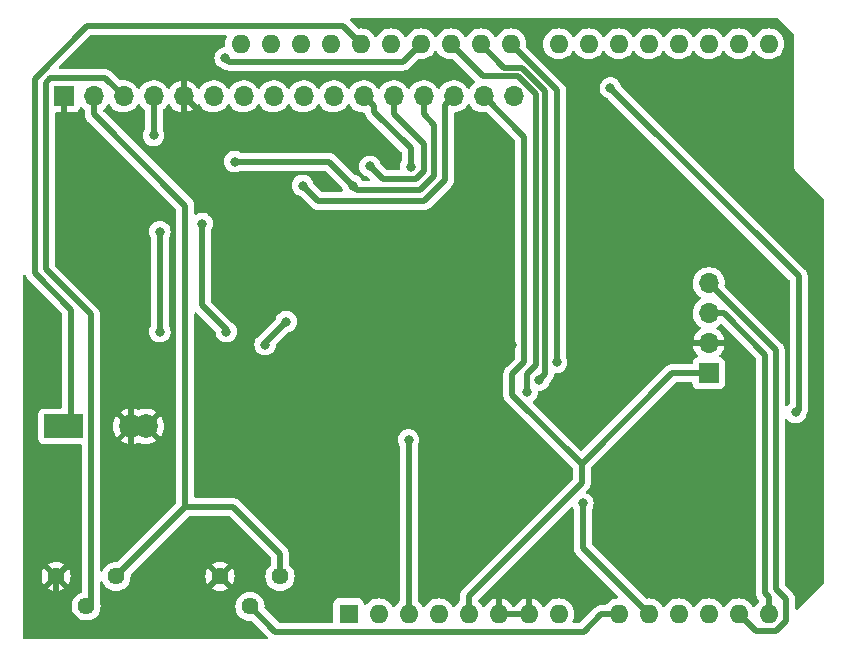
<source format=gbl>
%TF.GenerationSoftware,KiCad,Pcbnew,6.0.11-2627ca5db0~126~ubuntu20.04.1*%
%TF.CreationDate,2023-03-17T11:38:59+01:00*%
%TF.ProjectId,shield_a,73686965-6c64-45f6-912e-6b696361645f,2.0.1*%
%TF.SameCoordinates,Original*%
%TF.FileFunction,Copper,L2,Bot*%
%TF.FilePolarity,Positive*%
%FSLAX46Y46*%
G04 Gerber Fmt 4.6, Leading zero omitted, Abs format (unit mm)*
G04 Created by KiCad (PCBNEW 6.0.11-2627ca5db0~126~ubuntu20.04.1) date 2023-03-17 11:38:59*
%MOMM*%
%LPD*%
G01*
G04 APERTURE LIST*
%TA.AperFunction,ComponentPad*%
%ADD10C,1.440000*%
%TD*%
%TA.AperFunction,ComponentPad*%
%ADD11R,2.000000X2.000000*%
%TD*%
%TA.AperFunction,ComponentPad*%
%ADD12C,2.000000*%
%TD*%
%TA.AperFunction,ComponentPad*%
%ADD13R,1.700000X1.700000*%
%TD*%
%TA.AperFunction,ComponentPad*%
%ADD14O,1.700000X1.700000*%
%TD*%
%TA.AperFunction,ComponentPad*%
%ADD15R,1.600000X1.600000*%
%TD*%
%TA.AperFunction,ComponentPad*%
%ADD16O,1.600000X1.600000*%
%TD*%
%TA.AperFunction,ViaPad*%
%ADD17C,0.800000*%
%TD*%
%TA.AperFunction,Conductor*%
%ADD18C,0.500000*%
%TD*%
G04 APERTURE END LIST*
D10*
X125000000Y-111125000D03*
X127540000Y-113665000D03*
X130080000Y-111125000D03*
D11*
X112395000Y-98425000D03*
X111125000Y-98425000D03*
D12*
X117475000Y-98425000D03*
X118725000Y-98425000D03*
D10*
X111125000Y-111125000D03*
X113665000Y-113665000D03*
X116205000Y-111125000D03*
D13*
X111760000Y-70485000D03*
D14*
X114300000Y-70485000D03*
X116840000Y-70485000D03*
X119380000Y-70485000D03*
X121920000Y-70485000D03*
X124460000Y-70485000D03*
X127000000Y-70485000D03*
X129540000Y-70485000D03*
X132080000Y-70485000D03*
X134620000Y-70485000D03*
X137160000Y-70485000D03*
X139700000Y-70485000D03*
X142240000Y-70485000D03*
X144780000Y-70485000D03*
X147320000Y-70485000D03*
X149860000Y-70485000D03*
D13*
X166370000Y-93920000D03*
D14*
X166370000Y-91380000D03*
X166370000Y-88840000D03*
X166370000Y-86300000D03*
D15*
X135890000Y-114300000D03*
D16*
X138430000Y-114300000D03*
X140970000Y-114300000D03*
X143510000Y-114300000D03*
X146050000Y-114300000D03*
X148590000Y-114300000D03*
X151130000Y-114300000D03*
X153670000Y-114300000D03*
X158750000Y-114300000D03*
X161290000Y-114300000D03*
X163830000Y-114300000D03*
X166370000Y-114300000D03*
X168910000Y-114300000D03*
X171450000Y-114300000D03*
X171450000Y-66040000D03*
X168910000Y-66040000D03*
X166370000Y-66040000D03*
X163830000Y-66040000D03*
X161290000Y-66040000D03*
X158750000Y-66040000D03*
X156210000Y-66040000D03*
X153670000Y-66040000D03*
X149610000Y-66040000D03*
X147070000Y-66040000D03*
X144530000Y-66040000D03*
X141990000Y-66040000D03*
X139450000Y-66040000D03*
X136910000Y-66040000D03*
X134370000Y-66040000D03*
X131830000Y-66040000D03*
X129290000Y-66040000D03*
X126750000Y-66040000D03*
D17*
X135636000Y-85000000D03*
X173750000Y-111252000D03*
X148082000Y-101854000D03*
X119888000Y-65786000D03*
X140462000Y-85000000D03*
X149683109Y-91577109D03*
X115945400Y-90400000D03*
X153924000Y-111252000D03*
X115945400Y-91500000D03*
X126228100Y-82550000D03*
X158355700Y-101670000D03*
X117475000Y-91500000D03*
X156210000Y-82550000D03*
X166250000Y-99650000D03*
X150368000Y-111252000D03*
X173750000Y-104140000D03*
X123952000Y-77343000D03*
X117475000Y-90400000D03*
X162560000Y-111252000D03*
X115945400Y-108966000D03*
X158355700Y-108966000D03*
X158048900Y-68072000D03*
X145542000Y-85000000D03*
X148082000Y-76448100D03*
X141605000Y-91500000D03*
X152022100Y-94500000D03*
X140970000Y-99568000D03*
X130600000Y-89550500D03*
X128817400Y-91500000D03*
X119380000Y-73786000D03*
X125436400Y-67241100D03*
X132000000Y-78032200D03*
X126228100Y-76017800D03*
X136236900Y-78032200D03*
X137697300Y-76402300D03*
X141134700Y-76448100D03*
X153500000Y-93000000D03*
X151000000Y-95500000D03*
X155720500Y-104950000D03*
X125537500Y-90400000D03*
X123495312Y-81250000D03*
X119908000Y-90400000D03*
X119908000Y-81947100D03*
X173750000Y-97250000D03*
X158048900Y-69771900D03*
D18*
X115945400Y-88430000D02*
X115965400Y-88450000D01*
X158355700Y-108598300D02*
X158355700Y-101670000D01*
X117475000Y-90805000D02*
X117475000Y-90375000D01*
X117475000Y-92075000D02*
X117475000Y-90805000D01*
X117475000Y-107436400D02*
X115945400Y-108966000D01*
X113097527Y-115035000D02*
X111125000Y-113062473D01*
X165040000Y-91380000D02*
X156210000Y-82550000D01*
X126228100Y-79619100D02*
X123952000Y-77343000D01*
X125000000Y-111125000D02*
X121090000Y-115035000D01*
X126228100Y-82550000D02*
X126228100Y-79619100D01*
X156210000Y-82550000D02*
X156210000Y-69910900D01*
X149683109Y-91577109D02*
X148082000Y-89976000D01*
X142053000Y-91948000D02*
X141605000Y-91500000D01*
X117475000Y-89959600D02*
X115965400Y-88450000D01*
X149312218Y-91948000D02*
X142053000Y-91948000D01*
X128678100Y-85000000D02*
X126228100Y-82550000D01*
X148082000Y-89976000D02*
X148082000Y-76448100D01*
X141605000Y-89535000D02*
X145542000Y-85598000D01*
X117475000Y-98425000D02*
X117106900Y-98793100D01*
X156210000Y-69910900D02*
X158048900Y-68072000D01*
X145542000Y-85000000D02*
X128678100Y-85000000D01*
X121090000Y-115035000D02*
X113097527Y-115035000D01*
X111760000Y-84244600D02*
X115945400Y-88430000D01*
X117475000Y-90400000D02*
X115945400Y-90400000D01*
X111760000Y-70485000D02*
X111760000Y-84244600D01*
X123952000Y-77343000D02*
X123952000Y-72517000D01*
X117475000Y-98425000D02*
X117475000Y-107436400D01*
X117475000Y-98425000D02*
X117475000Y-92075000D01*
X141605000Y-91500000D02*
X141605000Y-89535000D01*
X145542000Y-85598000D02*
X145542000Y-85000000D01*
X115945400Y-91500000D02*
X117475000Y-91500000D01*
X115945400Y-90400000D02*
X115945400Y-91500000D01*
X117475000Y-90375000D02*
X117475000Y-89959600D01*
X111125000Y-113062473D02*
X111125000Y-111125000D01*
X123952000Y-72517000D02*
X121920000Y-70485000D01*
X149683109Y-91577109D02*
X149312218Y-91948000D01*
X166370000Y-91380000D02*
X165040000Y-91380000D01*
X152500000Y-94022100D02*
X152022100Y-94500000D01*
X152500000Y-70015100D02*
X152500000Y-94022100D01*
X150535381Y-68050481D02*
X152500000Y-70015100D01*
X149080480Y-68050480D02*
X150535381Y-68050481D01*
X147070000Y-66040000D02*
X149080480Y-68050480D01*
X116205000Y-111125000D02*
X122072700Y-105257300D01*
X147320000Y-70485000D02*
X150732620Y-73897620D01*
X114300000Y-70485000D02*
X114300000Y-71985300D01*
X122072700Y-79758000D02*
X122072700Y-104140000D01*
X130080000Y-109252000D02*
X126085300Y-105257300D01*
X166370000Y-93920000D02*
X164170000Y-93920000D01*
X149750000Y-93977886D02*
X149750000Y-95750000D01*
X146050000Y-112825198D02*
X146050000Y-114300000D01*
X114300000Y-71985300D02*
X122072700Y-79758000D01*
X155625000Y-101578086D02*
X163283086Y-93920000D01*
X126085300Y-105257300D02*
X122072700Y-105257300D01*
X149750000Y-95750000D02*
X155625000Y-101625000D01*
X150732620Y-73897620D02*
X150732620Y-92995266D01*
X122072700Y-105257300D02*
X122072700Y-104140000D01*
X150732620Y-92995266D02*
X149750000Y-93977886D01*
X130080000Y-111125000D02*
X130080000Y-109252000D01*
X155625000Y-101578086D02*
X155625000Y-103250198D01*
X163283086Y-93920000D02*
X164170000Y-93920000D01*
X155625000Y-103250198D02*
X146050000Y-112825198D01*
X129679900Y-115804900D02*
X155794800Y-115804900D01*
X157299700Y-114300000D02*
X158750000Y-114300000D01*
X127540000Y-113665000D02*
X129679900Y-115804900D01*
X155794800Y-115804900D02*
X157299700Y-114300000D01*
X140970000Y-114300000D02*
X140970000Y-99568000D01*
X135405000Y-64535000D02*
X113749200Y-64535000D01*
X112395000Y-98425000D02*
X112395000Y-88542800D01*
X136910000Y-66040000D02*
X135405000Y-64535000D01*
X109312200Y-68972000D02*
X109312200Y-85460000D01*
X112395000Y-88542800D02*
X109312200Y-85460000D01*
X113749200Y-64535000D02*
X109312200Y-68972000D01*
X170386800Y-115776800D02*
X168910000Y-114300000D01*
X172042610Y-112169504D02*
X172943200Y-113070094D01*
X172943200Y-114921200D02*
X172087600Y-115776800D01*
X172042900Y-95342900D02*
X172042900Y-91972900D01*
X172042610Y-100957390D02*
X172042610Y-112169504D01*
X172087600Y-115776800D02*
X170386800Y-115776800D01*
X172943200Y-113070094D02*
X172943200Y-114921200D01*
X172042900Y-100957100D02*
X172042610Y-100957390D01*
X172042900Y-95342900D02*
X172042900Y-100957100D01*
X172042900Y-91972900D02*
X166370000Y-86300000D01*
X130600000Y-89550500D02*
X128817400Y-91333100D01*
X128817400Y-91333100D02*
X128817400Y-91500000D01*
X119380000Y-70485000D02*
X119380000Y-73786000D01*
X141990000Y-66040000D02*
X140493700Y-67536300D01*
X125731600Y-67536300D02*
X125436400Y-67241100D01*
X140493700Y-67536300D02*
X125731600Y-67536300D01*
X144040310Y-71224690D02*
X144040310Y-77589796D01*
X144040310Y-77589796D02*
X143979506Y-77650600D01*
X133294200Y-79326400D02*
X142304200Y-79326400D01*
X142304200Y-79326400D02*
X143980000Y-77650600D01*
X144780000Y-70485000D02*
X144040310Y-71224690D01*
X132000000Y-78032200D02*
X133294200Y-79326400D01*
X143979506Y-77650600D02*
X143980000Y-77650600D01*
X136236900Y-78032200D02*
X136630800Y-78426100D01*
X134222500Y-76017800D02*
X136236900Y-78032200D01*
X141931200Y-78426100D02*
X143140300Y-77217000D01*
X136630800Y-78426100D02*
X141931200Y-78426100D01*
X143140300Y-72885600D02*
X142240000Y-71985300D01*
X126228100Y-76017800D02*
X134222500Y-76017800D01*
X142240000Y-70485000D02*
X142240000Y-71985300D01*
X143140300Y-77217000D02*
X143140300Y-72885600D01*
X138807400Y-77512400D02*
X141571600Y-77512400D01*
X141571600Y-77512400D02*
X142240000Y-76844000D01*
X139700000Y-70485000D02*
X139700000Y-71985300D01*
X137697300Y-76402300D02*
X138807400Y-77512400D01*
X142240000Y-74525300D02*
X139700000Y-71985300D01*
X142240000Y-76844000D02*
X142240000Y-74525300D01*
X141134700Y-74894700D02*
X141134700Y-76448100D01*
X137160000Y-70485000D02*
X138009999Y-71334999D01*
X138009999Y-71769999D02*
X141134700Y-74894700D01*
X138009999Y-71334999D02*
X138009999Y-71769999D01*
X114075000Y-113255000D02*
X113665000Y-113665000D01*
X116840000Y-70485000D02*
X115301800Y-68946800D01*
X110623200Y-68946800D02*
X110259600Y-69310400D01*
X110259600Y-85133800D02*
X114075000Y-88949200D01*
X114075000Y-88949200D02*
X114075000Y-113255000D01*
X110259600Y-69310400D02*
X110259600Y-85133800D01*
X115301800Y-68946800D02*
X110623200Y-68946800D01*
X153500000Y-93000000D02*
X153543000Y-92957000D01*
X153543000Y-92957000D02*
X153543000Y-69973000D01*
X153543000Y-69973000D02*
X149610000Y-66040000D01*
X151750000Y-93250000D02*
X151000000Y-94000000D01*
X147239999Y-68749999D02*
X150245630Y-68750000D01*
X150245630Y-68750000D02*
X151750000Y-70254370D01*
X144530000Y-66040000D02*
X147239999Y-68749999D01*
X151000000Y-94000000D02*
X151000000Y-95500000D01*
X151750000Y-70254370D02*
X151750000Y-93250000D01*
X171142600Y-92345406D02*
X167637194Y-88840000D01*
X171142600Y-112542300D02*
X171142600Y-92345406D01*
X171450000Y-114300000D02*
X171450000Y-112849700D01*
X171450000Y-112849700D02*
X171142600Y-112542300D01*
X167637194Y-88840000D02*
X166370000Y-88840000D01*
X155708400Y-108718400D02*
X161290000Y-114300000D01*
X155708400Y-104962100D02*
X155708400Y-108718400D01*
X155720500Y-104950000D02*
X155708400Y-104962100D01*
X123495312Y-81250000D02*
X123476500Y-81268812D01*
X123476500Y-88151500D02*
X125537500Y-90212500D01*
X125537500Y-90212500D02*
X125604000Y-90279000D01*
X123476500Y-81268812D02*
X123476500Y-88151500D01*
X119908000Y-90400000D02*
X119908000Y-81947100D01*
X173750000Y-97250000D02*
X173990000Y-97010000D01*
X173990000Y-97010000D02*
X173990000Y-85713000D01*
X173990000Y-85713000D02*
X158048900Y-69771900D01*
%TA.AperFunction,Conductor*%
G36*
X125524669Y-65313502D02*
G01*
X125571162Y-65367158D01*
X125581266Y-65437432D01*
X125570743Y-65472749D01*
X125560273Y-65495203D01*
X125515716Y-65590757D01*
X125456457Y-65811913D01*
X125436502Y-66040000D01*
X125436981Y-66045475D01*
X125436981Y-66045476D01*
X125450265Y-66197318D01*
X125436276Y-66266923D01*
X125386876Y-66317915D01*
X125341063Y-66332600D01*
X125340913Y-66332600D01*
X125154112Y-66372306D01*
X125148082Y-66374991D01*
X125148081Y-66374991D01*
X124985678Y-66447297D01*
X124985676Y-66447298D01*
X124979648Y-66449982D01*
X124825147Y-66562234D01*
X124820726Y-66567144D01*
X124820725Y-66567145D01*
X124708520Y-66691762D01*
X124697360Y-66704156D01*
X124601873Y-66869544D01*
X124542858Y-67051172D01*
X124522896Y-67241100D01*
X124523586Y-67247665D01*
X124542100Y-67423812D01*
X124542858Y-67431028D01*
X124601873Y-67612656D01*
X124697360Y-67778044D01*
X124825147Y-67919966D01*
X124979648Y-68032218D01*
X124985676Y-68034902D01*
X124985678Y-68034903D01*
X125148081Y-68107209D01*
X125154112Y-68109894D01*
X125160567Y-68111266D01*
X125160570Y-68111267D01*
X125231146Y-68126268D01*
X125286530Y-68153491D01*
X125307885Y-68171633D01*
X125314400Y-68174960D01*
X125319450Y-68178328D01*
X125324579Y-68181495D01*
X125330316Y-68186034D01*
X125396475Y-68216955D01*
X125400369Y-68218858D01*
X125465408Y-68252069D01*
X125472517Y-68253808D01*
X125478151Y-68255904D01*
X125483921Y-68257823D01*
X125490550Y-68260922D01*
X125497713Y-68262412D01*
X125497716Y-68262413D01*
X125548430Y-68272961D01*
X125562035Y-68275791D01*
X125566301Y-68276757D01*
X125637210Y-68294108D01*
X125642812Y-68294456D01*
X125642815Y-68294456D01*
X125648364Y-68294800D01*
X125648362Y-68294835D01*
X125652334Y-68295075D01*
X125656555Y-68295452D01*
X125663715Y-68296941D01*
X125741142Y-68294846D01*
X125744550Y-68294800D01*
X140426630Y-68294800D01*
X140445580Y-68296233D01*
X140459815Y-68298399D01*
X140459819Y-68298399D01*
X140467049Y-68299499D01*
X140474341Y-68298906D01*
X140474344Y-68298906D01*
X140519718Y-68295215D01*
X140529933Y-68294800D01*
X140537993Y-68294800D01*
X140555380Y-68292773D01*
X140566207Y-68291511D01*
X140570582Y-68291078D01*
X140636039Y-68285754D01*
X140636042Y-68285753D01*
X140643337Y-68285160D01*
X140650301Y-68282904D01*
X140656260Y-68281713D01*
X140662115Y-68280329D01*
X140669381Y-68279482D01*
X140738027Y-68254565D01*
X140742155Y-68253148D01*
X140804636Y-68232907D01*
X140804638Y-68232906D01*
X140811599Y-68230651D01*
X140817854Y-68226855D01*
X140823328Y-68224349D01*
X140828758Y-68221630D01*
X140835637Y-68219133D01*
X140879573Y-68190327D01*
X140896676Y-68179114D01*
X140900380Y-68176777D01*
X140962807Y-68138895D01*
X140971184Y-68131497D01*
X140971208Y-68131524D01*
X140974200Y-68128871D01*
X140977433Y-68126168D01*
X140983552Y-68122156D01*
X141036828Y-68065917D01*
X141039206Y-68063475D01*
X141727010Y-67375671D01*
X141789322Y-67341645D01*
X141827087Y-67339245D01*
X141984525Y-67353019D01*
X141990000Y-67353498D01*
X142218087Y-67333543D01*
X142223400Y-67332119D01*
X142223402Y-67332119D01*
X142433933Y-67275707D01*
X142433935Y-67275706D01*
X142439243Y-67274284D01*
X142444225Y-67271961D01*
X142641762Y-67179849D01*
X142641767Y-67179846D01*
X142646749Y-67177523D01*
X142817824Y-67057735D01*
X142829789Y-67049357D01*
X142829792Y-67049355D01*
X142834300Y-67046198D01*
X142996198Y-66884300D01*
X143002130Y-66875829D01*
X143070770Y-66777800D01*
X143127523Y-66696749D01*
X143129846Y-66691767D01*
X143129849Y-66691762D01*
X143145805Y-66657543D01*
X143192722Y-66604258D01*
X143260999Y-66584797D01*
X143328959Y-66605339D01*
X143374195Y-66657543D01*
X143390151Y-66691762D01*
X143390154Y-66691767D01*
X143392477Y-66696749D01*
X143449230Y-66777800D01*
X143517871Y-66875829D01*
X143523802Y-66884300D01*
X143685700Y-67046198D01*
X143690208Y-67049355D01*
X143690211Y-67049357D01*
X143702176Y-67057735D01*
X143873251Y-67177523D01*
X143878233Y-67179846D01*
X143878238Y-67179849D01*
X144075775Y-67271961D01*
X144080757Y-67274284D01*
X144086065Y-67275706D01*
X144086067Y-67275707D01*
X144296598Y-67332119D01*
X144296600Y-67332119D01*
X144301913Y-67333543D01*
X144530000Y-67353498D01*
X144535475Y-67353019D01*
X144692913Y-67339245D01*
X144762518Y-67353234D01*
X144792990Y-67375671D01*
X146579589Y-69162270D01*
X146613615Y-69224582D01*
X146608550Y-69295397D01*
X146566148Y-69352124D01*
X146414965Y-69465635D01*
X146260629Y-69627138D01*
X146153201Y-69784621D01*
X146098293Y-69829621D01*
X146027768Y-69837792D01*
X145964021Y-69806538D01*
X145943324Y-69782054D01*
X145862822Y-69657617D01*
X145862820Y-69657614D01*
X145860014Y-69653277D01*
X145709670Y-69488051D01*
X145705619Y-69484852D01*
X145705615Y-69484848D01*
X145538414Y-69352800D01*
X145538410Y-69352798D01*
X145534359Y-69349598D01*
X145498028Y-69329542D01*
X145482136Y-69320769D01*
X145338789Y-69241638D01*
X145333920Y-69239914D01*
X145333916Y-69239912D01*
X145133087Y-69168795D01*
X145133083Y-69168794D01*
X145128212Y-69167069D01*
X145123119Y-69166162D01*
X145123116Y-69166161D01*
X144913373Y-69128800D01*
X144913367Y-69128799D01*
X144908284Y-69127894D01*
X144834452Y-69126992D01*
X144690081Y-69125228D01*
X144690079Y-69125228D01*
X144684911Y-69125165D01*
X144464091Y-69158955D01*
X144251756Y-69228357D01*
X144218529Y-69245654D01*
X144122974Y-69295397D01*
X144053607Y-69331507D01*
X144049474Y-69334610D01*
X144049471Y-69334612D01*
X143879100Y-69462530D01*
X143874965Y-69465635D01*
X143720629Y-69627138D01*
X143613201Y-69784621D01*
X143558293Y-69829621D01*
X143487768Y-69837792D01*
X143424021Y-69806538D01*
X143403324Y-69782054D01*
X143322822Y-69657617D01*
X143322820Y-69657614D01*
X143320014Y-69653277D01*
X143169670Y-69488051D01*
X143165619Y-69484852D01*
X143165615Y-69484848D01*
X142998414Y-69352800D01*
X142998410Y-69352798D01*
X142994359Y-69349598D01*
X142958028Y-69329542D01*
X142942136Y-69320769D01*
X142798789Y-69241638D01*
X142793920Y-69239914D01*
X142793916Y-69239912D01*
X142593087Y-69168795D01*
X142593083Y-69168794D01*
X142588212Y-69167069D01*
X142583119Y-69166162D01*
X142583116Y-69166161D01*
X142373373Y-69128800D01*
X142373367Y-69128799D01*
X142368284Y-69127894D01*
X142294452Y-69126992D01*
X142150081Y-69125228D01*
X142150079Y-69125228D01*
X142144911Y-69125165D01*
X141924091Y-69158955D01*
X141711756Y-69228357D01*
X141678529Y-69245654D01*
X141582974Y-69295397D01*
X141513607Y-69331507D01*
X141509474Y-69334610D01*
X141509471Y-69334612D01*
X141339100Y-69462530D01*
X141334965Y-69465635D01*
X141180629Y-69627138D01*
X141073201Y-69784621D01*
X141018293Y-69829621D01*
X140947768Y-69837792D01*
X140884021Y-69806538D01*
X140863324Y-69782054D01*
X140782822Y-69657617D01*
X140782820Y-69657614D01*
X140780014Y-69653277D01*
X140629670Y-69488051D01*
X140625619Y-69484852D01*
X140625615Y-69484848D01*
X140458414Y-69352800D01*
X140458410Y-69352798D01*
X140454359Y-69349598D01*
X140418028Y-69329542D01*
X140402136Y-69320769D01*
X140258789Y-69241638D01*
X140253920Y-69239914D01*
X140253916Y-69239912D01*
X140053087Y-69168795D01*
X140053083Y-69168794D01*
X140048212Y-69167069D01*
X140043119Y-69166162D01*
X140043116Y-69166161D01*
X139833373Y-69128800D01*
X139833367Y-69128799D01*
X139828284Y-69127894D01*
X139754452Y-69126992D01*
X139610081Y-69125228D01*
X139610079Y-69125228D01*
X139604911Y-69125165D01*
X139384091Y-69158955D01*
X139171756Y-69228357D01*
X139138529Y-69245654D01*
X139042974Y-69295397D01*
X138973607Y-69331507D01*
X138969474Y-69334610D01*
X138969471Y-69334612D01*
X138799100Y-69462530D01*
X138794965Y-69465635D01*
X138640629Y-69627138D01*
X138533201Y-69784621D01*
X138478293Y-69829621D01*
X138407768Y-69837792D01*
X138344021Y-69806538D01*
X138323324Y-69782054D01*
X138242822Y-69657617D01*
X138242820Y-69657614D01*
X138240014Y-69653277D01*
X138089670Y-69488051D01*
X138085619Y-69484852D01*
X138085615Y-69484848D01*
X137918414Y-69352800D01*
X137918410Y-69352798D01*
X137914359Y-69349598D01*
X137878028Y-69329542D01*
X137862136Y-69320769D01*
X137718789Y-69241638D01*
X137713920Y-69239914D01*
X137713916Y-69239912D01*
X137513087Y-69168795D01*
X137513083Y-69168794D01*
X137508212Y-69167069D01*
X137503119Y-69166162D01*
X137503116Y-69166161D01*
X137293373Y-69128800D01*
X137293367Y-69128799D01*
X137288284Y-69127894D01*
X137214452Y-69126992D01*
X137070081Y-69125228D01*
X137070079Y-69125228D01*
X137064911Y-69125165D01*
X136844091Y-69158955D01*
X136631756Y-69228357D01*
X136598529Y-69245654D01*
X136502974Y-69295397D01*
X136433607Y-69331507D01*
X136429474Y-69334610D01*
X136429471Y-69334612D01*
X136259100Y-69462530D01*
X136254965Y-69465635D01*
X136100629Y-69627138D01*
X135993201Y-69784621D01*
X135938293Y-69829621D01*
X135867768Y-69837792D01*
X135804021Y-69806538D01*
X135783324Y-69782054D01*
X135702822Y-69657617D01*
X135702820Y-69657614D01*
X135700014Y-69653277D01*
X135549670Y-69488051D01*
X135545619Y-69484852D01*
X135545615Y-69484848D01*
X135378414Y-69352800D01*
X135378410Y-69352798D01*
X135374359Y-69349598D01*
X135338028Y-69329542D01*
X135322136Y-69320769D01*
X135178789Y-69241638D01*
X135173920Y-69239914D01*
X135173916Y-69239912D01*
X134973087Y-69168795D01*
X134973083Y-69168794D01*
X134968212Y-69167069D01*
X134963119Y-69166162D01*
X134963116Y-69166161D01*
X134753373Y-69128800D01*
X134753367Y-69128799D01*
X134748284Y-69127894D01*
X134674452Y-69126992D01*
X134530081Y-69125228D01*
X134530079Y-69125228D01*
X134524911Y-69125165D01*
X134304091Y-69158955D01*
X134091756Y-69228357D01*
X134058529Y-69245654D01*
X133962974Y-69295397D01*
X133893607Y-69331507D01*
X133889474Y-69334610D01*
X133889471Y-69334612D01*
X133719100Y-69462530D01*
X133714965Y-69465635D01*
X133560629Y-69627138D01*
X133453201Y-69784621D01*
X133398293Y-69829621D01*
X133327768Y-69837792D01*
X133264021Y-69806538D01*
X133243324Y-69782054D01*
X133162822Y-69657617D01*
X133162820Y-69657614D01*
X133160014Y-69653277D01*
X133009670Y-69488051D01*
X133005619Y-69484852D01*
X133005615Y-69484848D01*
X132838414Y-69352800D01*
X132838410Y-69352798D01*
X132834359Y-69349598D01*
X132798028Y-69329542D01*
X132782136Y-69320769D01*
X132638789Y-69241638D01*
X132633920Y-69239914D01*
X132633916Y-69239912D01*
X132433087Y-69168795D01*
X132433083Y-69168794D01*
X132428212Y-69167069D01*
X132423119Y-69166162D01*
X132423116Y-69166161D01*
X132213373Y-69128800D01*
X132213367Y-69128799D01*
X132208284Y-69127894D01*
X132134452Y-69126992D01*
X131990081Y-69125228D01*
X131990079Y-69125228D01*
X131984911Y-69125165D01*
X131764091Y-69158955D01*
X131551756Y-69228357D01*
X131518529Y-69245654D01*
X131422974Y-69295397D01*
X131353607Y-69331507D01*
X131349474Y-69334610D01*
X131349471Y-69334612D01*
X131179100Y-69462530D01*
X131174965Y-69465635D01*
X131020629Y-69627138D01*
X130913201Y-69784621D01*
X130858293Y-69829621D01*
X130787768Y-69837792D01*
X130724021Y-69806538D01*
X130703324Y-69782054D01*
X130622822Y-69657617D01*
X130622820Y-69657614D01*
X130620014Y-69653277D01*
X130469670Y-69488051D01*
X130465619Y-69484852D01*
X130465615Y-69484848D01*
X130298414Y-69352800D01*
X130298410Y-69352798D01*
X130294359Y-69349598D01*
X130258028Y-69329542D01*
X130242136Y-69320769D01*
X130098789Y-69241638D01*
X130093920Y-69239914D01*
X130093916Y-69239912D01*
X129893087Y-69168795D01*
X129893083Y-69168794D01*
X129888212Y-69167069D01*
X129883119Y-69166162D01*
X129883116Y-69166161D01*
X129673373Y-69128800D01*
X129673367Y-69128799D01*
X129668284Y-69127894D01*
X129594452Y-69126992D01*
X129450081Y-69125228D01*
X129450079Y-69125228D01*
X129444911Y-69125165D01*
X129224091Y-69158955D01*
X129011756Y-69228357D01*
X128978529Y-69245654D01*
X128882974Y-69295397D01*
X128813607Y-69331507D01*
X128809474Y-69334610D01*
X128809471Y-69334612D01*
X128639100Y-69462530D01*
X128634965Y-69465635D01*
X128480629Y-69627138D01*
X128373201Y-69784621D01*
X128318293Y-69829621D01*
X128247768Y-69837792D01*
X128184021Y-69806538D01*
X128163324Y-69782054D01*
X128082822Y-69657617D01*
X128082820Y-69657614D01*
X128080014Y-69653277D01*
X127929670Y-69488051D01*
X127925619Y-69484852D01*
X127925615Y-69484848D01*
X127758414Y-69352800D01*
X127758410Y-69352798D01*
X127754359Y-69349598D01*
X127718028Y-69329542D01*
X127702136Y-69320769D01*
X127558789Y-69241638D01*
X127553920Y-69239914D01*
X127553916Y-69239912D01*
X127353087Y-69168795D01*
X127353083Y-69168794D01*
X127348212Y-69167069D01*
X127343119Y-69166162D01*
X127343116Y-69166161D01*
X127133373Y-69128800D01*
X127133367Y-69128799D01*
X127128284Y-69127894D01*
X127054452Y-69126992D01*
X126910081Y-69125228D01*
X126910079Y-69125228D01*
X126904911Y-69125165D01*
X126684091Y-69158955D01*
X126471756Y-69228357D01*
X126438529Y-69245654D01*
X126342974Y-69295397D01*
X126273607Y-69331507D01*
X126269474Y-69334610D01*
X126269471Y-69334612D01*
X126099100Y-69462530D01*
X126094965Y-69465635D01*
X125940629Y-69627138D01*
X125833201Y-69784621D01*
X125778293Y-69829621D01*
X125707768Y-69837792D01*
X125644021Y-69806538D01*
X125623324Y-69782054D01*
X125542822Y-69657617D01*
X125542820Y-69657614D01*
X125540014Y-69653277D01*
X125389670Y-69488051D01*
X125385619Y-69484852D01*
X125385615Y-69484848D01*
X125218414Y-69352800D01*
X125218410Y-69352798D01*
X125214359Y-69349598D01*
X125178028Y-69329542D01*
X125162136Y-69320769D01*
X125018789Y-69241638D01*
X125013920Y-69239914D01*
X125013916Y-69239912D01*
X124813087Y-69168795D01*
X124813083Y-69168794D01*
X124808212Y-69167069D01*
X124803119Y-69166162D01*
X124803116Y-69166161D01*
X124593373Y-69128800D01*
X124593367Y-69128799D01*
X124588284Y-69127894D01*
X124514452Y-69126992D01*
X124370081Y-69125228D01*
X124370079Y-69125228D01*
X124364911Y-69125165D01*
X124144091Y-69158955D01*
X123931756Y-69228357D01*
X123898529Y-69245654D01*
X123802974Y-69295397D01*
X123733607Y-69331507D01*
X123729474Y-69334610D01*
X123729471Y-69334612D01*
X123559100Y-69462530D01*
X123554965Y-69465635D01*
X123400629Y-69627138D01*
X123293204Y-69784618D01*
X123292898Y-69785066D01*
X123237987Y-69830069D01*
X123167462Y-69838240D01*
X123103715Y-69806986D01*
X123083018Y-69782502D01*
X123002426Y-69657926D01*
X122996136Y-69649757D01*
X122852806Y-69492240D01*
X122845273Y-69485215D01*
X122678139Y-69353222D01*
X122669552Y-69347517D01*
X122483117Y-69244599D01*
X122473705Y-69240369D01*
X122272959Y-69169280D01*
X122262988Y-69166646D01*
X122191837Y-69153972D01*
X122178540Y-69155432D01*
X122174000Y-69169989D01*
X122174000Y-71803517D01*
X122178064Y-71817359D01*
X122191478Y-71819393D01*
X122198184Y-71818534D01*
X122208262Y-71816392D01*
X122412255Y-71755191D01*
X122421842Y-71751433D01*
X122613095Y-71657739D01*
X122621945Y-71652464D01*
X122795328Y-71528792D01*
X122803200Y-71522139D01*
X122954052Y-71371812D01*
X122960730Y-71363965D01*
X123088022Y-71186819D01*
X123089279Y-71187722D01*
X123136373Y-71144362D01*
X123206311Y-71132145D01*
X123271751Y-71159678D01*
X123299579Y-71191511D01*
X123359987Y-71290088D01*
X123506250Y-71458938D01*
X123678126Y-71601632D01*
X123871000Y-71714338D01*
X124079692Y-71794030D01*
X124084760Y-71795061D01*
X124084763Y-71795062D01*
X124179862Y-71814410D01*
X124298597Y-71838567D01*
X124303772Y-71838757D01*
X124303774Y-71838757D01*
X124516673Y-71846564D01*
X124516677Y-71846564D01*
X124521837Y-71846753D01*
X124526957Y-71846097D01*
X124526959Y-71846097D01*
X124738288Y-71819025D01*
X124738289Y-71819025D01*
X124743416Y-71818368D01*
X124748366Y-71816883D01*
X124952429Y-71755661D01*
X124952434Y-71755659D01*
X124957384Y-71754174D01*
X125157994Y-71655896D01*
X125339860Y-71526173D01*
X125498096Y-71368489D01*
X125628453Y-71187077D01*
X125629776Y-71188028D01*
X125676645Y-71144857D01*
X125746580Y-71132625D01*
X125812026Y-71160144D01*
X125839875Y-71191994D01*
X125899987Y-71290088D01*
X126046250Y-71458938D01*
X126218126Y-71601632D01*
X126411000Y-71714338D01*
X126619692Y-71794030D01*
X126624760Y-71795061D01*
X126624763Y-71795062D01*
X126719862Y-71814410D01*
X126838597Y-71838567D01*
X126843772Y-71838757D01*
X126843774Y-71838757D01*
X127056673Y-71846564D01*
X127056677Y-71846564D01*
X127061837Y-71846753D01*
X127066957Y-71846097D01*
X127066959Y-71846097D01*
X127278288Y-71819025D01*
X127278289Y-71819025D01*
X127283416Y-71818368D01*
X127288366Y-71816883D01*
X127492429Y-71755661D01*
X127492434Y-71755659D01*
X127497384Y-71754174D01*
X127697994Y-71655896D01*
X127879860Y-71526173D01*
X128038096Y-71368489D01*
X128168453Y-71187077D01*
X128169776Y-71188028D01*
X128216645Y-71144857D01*
X128286580Y-71132625D01*
X128352026Y-71160144D01*
X128379875Y-71191994D01*
X128439987Y-71290088D01*
X128586250Y-71458938D01*
X128758126Y-71601632D01*
X128951000Y-71714338D01*
X129159692Y-71794030D01*
X129164760Y-71795061D01*
X129164763Y-71795062D01*
X129259862Y-71814410D01*
X129378597Y-71838567D01*
X129383772Y-71838757D01*
X129383774Y-71838757D01*
X129596673Y-71846564D01*
X129596677Y-71846564D01*
X129601837Y-71846753D01*
X129606957Y-71846097D01*
X129606959Y-71846097D01*
X129818288Y-71819025D01*
X129818289Y-71819025D01*
X129823416Y-71818368D01*
X129828366Y-71816883D01*
X130032429Y-71755661D01*
X130032434Y-71755659D01*
X130037384Y-71754174D01*
X130237994Y-71655896D01*
X130419860Y-71526173D01*
X130578096Y-71368489D01*
X130708453Y-71187077D01*
X130709776Y-71188028D01*
X130756645Y-71144857D01*
X130826580Y-71132625D01*
X130892026Y-71160144D01*
X130919875Y-71191994D01*
X130979987Y-71290088D01*
X131126250Y-71458938D01*
X131298126Y-71601632D01*
X131491000Y-71714338D01*
X131699692Y-71794030D01*
X131704760Y-71795061D01*
X131704763Y-71795062D01*
X131799862Y-71814410D01*
X131918597Y-71838567D01*
X131923772Y-71838757D01*
X131923774Y-71838757D01*
X132136673Y-71846564D01*
X132136677Y-71846564D01*
X132141837Y-71846753D01*
X132146957Y-71846097D01*
X132146959Y-71846097D01*
X132358288Y-71819025D01*
X132358289Y-71819025D01*
X132363416Y-71818368D01*
X132368366Y-71816883D01*
X132572429Y-71755661D01*
X132572434Y-71755659D01*
X132577384Y-71754174D01*
X132777994Y-71655896D01*
X132959860Y-71526173D01*
X133118096Y-71368489D01*
X133248453Y-71187077D01*
X133249776Y-71188028D01*
X133296645Y-71144857D01*
X133366580Y-71132625D01*
X133432026Y-71160144D01*
X133459875Y-71191994D01*
X133519987Y-71290088D01*
X133666250Y-71458938D01*
X133838126Y-71601632D01*
X134031000Y-71714338D01*
X134239692Y-71794030D01*
X134244760Y-71795061D01*
X134244763Y-71795062D01*
X134339862Y-71814410D01*
X134458597Y-71838567D01*
X134463772Y-71838757D01*
X134463774Y-71838757D01*
X134676673Y-71846564D01*
X134676677Y-71846564D01*
X134681837Y-71846753D01*
X134686957Y-71846097D01*
X134686959Y-71846097D01*
X134898288Y-71819025D01*
X134898289Y-71819025D01*
X134903416Y-71818368D01*
X134908366Y-71816883D01*
X135112429Y-71755661D01*
X135112434Y-71755659D01*
X135117384Y-71754174D01*
X135317994Y-71655896D01*
X135499860Y-71526173D01*
X135658096Y-71368489D01*
X135788453Y-71187077D01*
X135789776Y-71188028D01*
X135836645Y-71144857D01*
X135906580Y-71132625D01*
X135972026Y-71160144D01*
X135999875Y-71191994D01*
X136059987Y-71290088D01*
X136206250Y-71458938D01*
X136378126Y-71601632D01*
X136571000Y-71714338D01*
X136779692Y-71794030D01*
X136784760Y-71795061D01*
X136784763Y-71795062D01*
X136879862Y-71814410D01*
X136998597Y-71838567D01*
X137003771Y-71838757D01*
X137003773Y-71838757D01*
X137148578Y-71844067D01*
X137215919Y-71866552D01*
X137260415Y-71921875D01*
X137266096Y-71939493D01*
X137266817Y-71945680D01*
X137269312Y-71952553D01*
X137269312Y-71952554D01*
X137273160Y-71963154D01*
X137291734Y-72014326D01*
X137293151Y-72018454D01*
X137306608Y-72059992D01*
X137315648Y-72087898D01*
X137319444Y-72094153D01*
X137321950Y-72099627D01*
X137324669Y-72105057D01*
X137327166Y-72111936D01*
X137331179Y-72118056D01*
X137331179Y-72118057D01*
X137367185Y-72172975D01*
X137369522Y-72176679D01*
X137407404Y-72239106D01*
X137411120Y-72243314D01*
X137411121Y-72243315D01*
X137414802Y-72247483D01*
X137414775Y-72247507D01*
X137417428Y-72250499D01*
X137420131Y-72253732D01*
X137424143Y-72259851D01*
X137429455Y-72264883D01*
X137480382Y-72313127D01*
X137482824Y-72315505D01*
X140339295Y-75171976D01*
X140373321Y-75234288D01*
X140376200Y-75261071D01*
X140376200Y-75911101D01*
X140359319Y-75974100D01*
X140300173Y-76076544D01*
X140241158Y-76258172D01*
X140221196Y-76448100D01*
X140221886Y-76454665D01*
X140238709Y-76614730D01*
X140225937Y-76684568D01*
X140177435Y-76736415D01*
X140113399Y-76753900D01*
X139173771Y-76753900D01*
X139105650Y-76733898D01*
X139084676Y-76716995D01*
X138617425Y-76249744D01*
X138586687Y-76199585D01*
X138548751Y-76082829D01*
X138531827Y-76030744D01*
X138520564Y-76011235D01*
X138439641Y-75871074D01*
X138436340Y-75865356D01*
X138308553Y-75723434D01*
X138154052Y-75611182D01*
X138148024Y-75608498D01*
X138148022Y-75608497D01*
X137985619Y-75536191D01*
X137985618Y-75536191D01*
X137979588Y-75533506D01*
X137886188Y-75513653D01*
X137799244Y-75495172D01*
X137799239Y-75495172D01*
X137792787Y-75493800D01*
X137601813Y-75493800D01*
X137595361Y-75495172D01*
X137595356Y-75495172D01*
X137508412Y-75513653D01*
X137415012Y-75533506D01*
X137408982Y-75536191D01*
X137408981Y-75536191D01*
X137246578Y-75608497D01*
X137246576Y-75608498D01*
X137240548Y-75611182D01*
X137086047Y-75723434D01*
X136958260Y-75865356D01*
X136954959Y-75871074D01*
X136874037Y-76011235D01*
X136862773Y-76030744D01*
X136803758Y-76212372D01*
X136783796Y-76402300D01*
X136803758Y-76592228D01*
X136862773Y-76773856D01*
X136866076Y-76779578D01*
X136866077Y-76779579D01*
X136869526Y-76785552D01*
X136958260Y-76939244D01*
X137086047Y-77081166D01*
X137240548Y-77193418D01*
X137246576Y-77196102D01*
X137246578Y-77196103D01*
X137408981Y-77268409D01*
X137415012Y-77271094D01*
X137421467Y-77272466D01*
X137421476Y-77272469D01*
X137478072Y-77284499D01*
X137540969Y-77318650D01*
X137674824Y-77452505D01*
X137708850Y-77514817D01*
X137703785Y-77585632D01*
X137661238Y-77642468D01*
X137594718Y-77667279D01*
X137585729Y-77667600D01*
X137148189Y-77667600D01*
X137080068Y-77647598D01*
X137039070Y-77604600D01*
X137023046Y-77576846D01*
X136975940Y-77495256D01*
X136848153Y-77353334D01*
X136693652Y-77241082D01*
X136687624Y-77238398D01*
X136687622Y-77238397D01*
X136525219Y-77166091D01*
X136525218Y-77166091D01*
X136519188Y-77163406D01*
X136512733Y-77162034D01*
X136512724Y-77162031D01*
X136456128Y-77150001D01*
X136393231Y-77115850D01*
X134806270Y-75528889D01*
X134793884Y-75514477D01*
X134785351Y-75502882D01*
X134785346Y-75502877D01*
X134781008Y-75496982D01*
X134775430Y-75492243D01*
X134775427Y-75492240D01*
X134740732Y-75462765D01*
X134733216Y-75455835D01*
X134727521Y-75450140D01*
X134721380Y-75445282D01*
X134705249Y-75432519D01*
X134701845Y-75429728D01*
X134651797Y-75387209D01*
X134651795Y-75387208D01*
X134646215Y-75382467D01*
X134639699Y-75379139D01*
X134634650Y-75375772D01*
X134629521Y-75372605D01*
X134623784Y-75368066D01*
X134557625Y-75337145D01*
X134553725Y-75335239D01*
X134553357Y-75335051D01*
X134488692Y-75302031D01*
X134481584Y-75300292D01*
X134475941Y-75298193D01*
X134470178Y-75296276D01*
X134463550Y-75293178D01*
X134392083Y-75278313D01*
X134387799Y-75277343D01*
X134316890Y-75259992D01*
X134311288Y-75259644D01*
X134311285Y-75259644D01*
X134305736Y-75259300D01*
X134305738Y-75259264D01*
X134301745Y-75259025D01*
X134297553Y-75258651D01*
X134290385Y-75257160D01*
X134224175Y-75258951D01*
X134212979Y-75259254D01*
X134209572Y-75259300D01*
X126770687Y-75259300D01*
X126696628Y-75235237D01*
X126690198Y-75230565D01*
X126690191Y-75230561D01*
X126684852Y-75226682D01*
X126678824Y-75223998D01*
X126678822Y-75223997D01*
X126516419Y-75151691D01*
X126516418Y-75151691D01*
X126510388Y-75149006D01*
X126416987Y-75129153D01*
X126330044Y-75110672D01*
X126330039Y-75110672D01*
X126323587Y-75109300D01*
X126132613Y-75109300D01*
X126126161Y-75110672D01*
X126126156Y-75110672D01*
X126039213Y-75129153D01*
X125945812Y-75149006D01*
X125939782Y-75151691D01*
X125939781Y-75151691D01*
X125777378Y-75223997D01*
X125777376Y-75223998D01*
X125771348Y-75226682D01*
X125766007Y-75230562D01*
X125766006Y-75230563D01*
X125760879Y-75234288D01*
X125616847Y-75338934D01*
X125612426Y-75343844D01*
X125612425Y-75343845D01*
X125508329Y-75459456D01*
X125489060Y-75480856D01*
X125393573Y-75646244D01*
X125334558Y-75827872D01*
X125314596Y-76017800D01*
X125334558Y-76207728D01*
X125393573Y-76389356D01*
X125396876Y-76395078D01*
X125396877Y-76395079D01*
X125407108Y-76412800D01*
X125489060Y-76554744D01*
X125493478Y-76559651D01*
X125493479Y-76559652D01*
X125564049Y-76638028D01*
X125616847Y-76696666D01*
X125695623Y-76753900D01*
X125766004Y-76805035D01*
X125771348Y-76808918D01*
X125777376Y-76811602D01*
X125777378Y-76811603D01*
X125939781Y-76883909D01*
X125945812Y-76886594D01*
X126039212Y-76906447D01*
X126126156Y-76924928D01*
X126126161Y-76924928D01*
X126132613Y-76926300D01*
X126323587Y-76926300D01*
X126330039Y-76924928D01*
X126330044Y-76924928D01*
X126416988Y-76906447D01*
X126510388Y-76886594D01*
X126516419Y-76883909D01*
X126678822Y-76811603D01*
X126678824Y-76811602D01*
X126684852Y-76808918D01*
X126690191Y-76805039D01*
X126690198Y-76805035D01*
X126696628Y-76800363D01*
X126770687Y-76776300D01*
X133856129Y-76776300D01*
X133924250Y-76796302D01*
X133945224Y-76813205D01*
X135316775Y-78184756D01*
X135347512Y-78234912D01*
X135402116Y-78402965D01*
X135404144Y-78473931D01*
X135367481Y-78534729D01*
X135303769Y-78566055D01*
X135282283Y-78567900D01*
X133660571Y-78567900D01*
X133592450Y-78547898D01*
X133571476Y-78530995D01*
X132920125Y-77879644D01*
X132889387Y-77829485D01*
X132836569Y-77666929D01*
X132834527Y-77660644D01*
X132739040Y-77495256D01*
X132611253Y-77353334D01*
X132456752Y-77241082D01*
X132450724Y-77238398D01*
X132450722Y-77238397D01*
X132288319Y-77166091D01*
X132288318Y-77166091D01*
X132282288Y-77163406D01*
X132188887Y-77143553D01*
X132101944Y-77125072D01*
X132101939Y-77125072D01*
X132095487Y-77123700D01*
X131904513Y-77123700D01*
X131898061Y-77125072D01*
X131898056Y-77125072D01*
X131811113Y-77143553D01*
X131717712Y-77163406D01*
X131711682Y-77166091D01*
X131711681Y-77166091D01*
X131549278Y-77238397D01*
X131549276Y-77238398D01*
X131543248Y-77241082D01*
X131388747Y-77353334D01*
X131260960Y-77495256D01*
X131165473Y-77660644D01*
X131106458Y-77842272D01*
X131086496Y-78032200D01*
X131106458Y-78222128D01*
X131165473Y-78403756D01*
X131260960Y-78569144D01*
X131388747Y-78711066D01*
X131543248Y-78823318D01*
X131549276Y-78826002D01*
X131549278Y-78826003D01*
X131648841Y-78870331D01*
X131717712Y-78900994D01*
X131724167Y-78902366D01*
X131724176Y-78902369D01*
X131780772Y-78914399D01*
X131843669Y-78948550D01*
X132710430Y-79815311D01*
X132722816Y-79829723D01*
X132731349Y-79841318D01*
X132731354Y-79841323D01*
X132735692Y-79847218D01*
X132741270Y-79851957D01*
X132741273Y-79851960D01*
X132775968Y-79881435D01*
X132783484Y-79888365D01*
X132789179Y-79894060D01*
X132792061Y-79896340D01*
X132811451Y-79911681D01*
X132814855Y-79914472D01*
X132864903Y-79956991D01*
X132870485Y-79961733D01*
X132877001Y-79965061D01*
X132882050Y-79968428D01*
X132887179Y-79971595D01*
X132892916Y-79976134D01*
X132959075Y-80007055D01*
X132962969Y-80008958D01*
X133028008Y-80042169D01*
X133035116Y-80043908D01*
X133040759Y-80046007D01*
X133046522Y-80047924D01*
X133053150Y-80051022D01*
X133060312Y-80052512D01*
X133060313Y-80052512D01*
X133124612Y-80065886D01*
X133128896Y-80066856D01*
X133199810Y-80084208D01*
X133205412Y-80084556D01*
X133205415Y-80084556D01*
X133210964Y-80084900D01*
X133210962Y-80084936D01*
X133214955Y-80085175D01*
X133219147Y-80085549D01*
X133226315Y-80087040D01*
X133303720Y-80084946D01*
X133307128Y-80084900D01*
X142237130Y-80084900D01*
X142256080Y-80086333D01*
X142270315Y-80088499D01*
X142270319Y-80088499D01*
X142277549Y-80089599D01*
X142284841Y-80089006D01*
X142284844Y-80089006D01*
X142330218Y-80085315D01*
X142340433Y-80084900D01*
X142348493Y-80084900D01*
X142365880Y-80082873D01*
X142376707Y-80081611D01*
X142381082Y-80081178D01*
X142446539Y-80075854D01*
X142446542Y-80075853D01*
X142453837Y-80075260D01*
X142460801Y-80073004D01*
X142466760Y-80071813D01*
X142472615Y-80070429D01*
X142479881Y-80069582D01*
X142548527Y-80044665D01*
X142552655Y-80043248D01*
X142615136Y-80023007D01*
X142615138Y-80023006D01*
X142622099Y-80020751D01*
X142628354Y-80016955D01*
X142633828Y-80014449D01*
X142639258Y-80011730D01*
X142646137Y-80009233D01*
X142652258Y-80005220D01*
X142707176Y-79969214D01*
X142710880Y-79966877D01*
X142773307Y-79928995D01*
X142781684Y-79921597D01*
X142781708Y-79921624D01*
X142784700Y-79918971D01*
X142787933Y-79916268D01*
X142794052Y-79912256D01*
X142847328Y-79856017D01*
X142849706Y-79853575D01*
X144454150Y-78249131D01*
X144462423Y-78241563D01*
X144463732Y-78240468D01*
X144469852Y-78236456D01*
X144523128Y-78180217D01*
X144525506Y-78177775D01*
X144531095Y-78172186D01*
X144545508Y-78159799D01*
X144555229Y-78152645D01*
X144561128Y-78148304D01*
X144595345Y-78108028D01*
X144602275Y-78100512D01*
X144607970Y-78094817D01*
X144625591Y-78072545D01*
X144628382Y-78069141D01*
X144670901Y-78019093D01*
X144670902Y-78019091D01*
X144675643Y-78013511D01*
X144678971Y-78006995D01*
X144682338Y-78001946D01*
X144685505Y-77996817D01*
X144690044Y-77991080D01*
X144720965Y-77924921D01*
X144722871Y-77921021D01*
X144756079Y-77855988D01*
X144757818Y-77848879D01*
X144759914Y-77843245D01*
X144761833Y-77837475D01*
X144764932Y-77830846D01*
X144779801Y-77759361D01*
X144780771Y-77755078D01*
X144796783Y-77689640D01*
X144798118Y-77684186D01*
X144798810Y-77673032D01*
X144798845Y-77673034D01*
X144799085Y-77669062D01*
X144799462Y-77664841D01*
X144800951Y-77657681D01*
X144798856Y-77580254D01*
X144798810Y-77576846D01*
X144798810Y-71963154D01*
X144818812Y-71895033D01*
X144872468Y-71848540D01*
X144908800Y-71838175D01*
X145058288Y-71819025D01*
X145058289Y-71819025D01*
X145063416Y-71818368D01*
X145068366Y-71816883D01*
X145272429Y-71755661D01*
X145272434Y-71755659D01*
X145277384Y-71754174D01*
X145477994Y-71655896D01*
X145659860Y-71526173D01*
X145818096Y-71368489D01*
X145948453Y-71187077D01*
X145949776Y-71188028D01*
X145996645Y-71144857D01*
X146066580Y-71132625D01*
X146132026Y-71160144D01*
X146159875Y-71191994D01*
X146219987Y-71290088D01*
X146366250Y-71458938D01*
X146538126Y-71601632D01*
X146731000Y-71714338D01*
X146939692Y-71794030D01*
X146944760Y-71795061D01*
X146944763Y-71795062D01*
X147039862Y-71814410D01*
X147158597Y-71838567D01*
X147163772Y-71838757D01*
X147163774Y-71838757D01*
X147376673Y-71846564D01*
X147376677Y-71846564D01*
X147381837Y-71846753D01*
X147521908Y-71828809D01*
X147592017Y-71839993D01*
X147627012Y-71864693D01*
X149937215Y-74174896D01*
X149971241Y-74237208D01*
X149974120Y-74263991D01*
X149974120Y-92628895D01*
X149954118Y-92697016D01*
X149937215Y-92717990D01*
X149261089Y-93394116D01*
X149246677Y-93406502D01*
X149235082Y-93415035D01*
X149235077Y-93415040D01*
X149229182Y-93419378D01*
X149224443Y-93424956D01*
X149224440Y-93424959D01*
X149194965Y-93459654D01*
X149188035Y-93467170D01*
X149182340Y-93472865D01*
X149180060Y-93475747D01*
X149164719Y-93495137D01*
X149161928Y-93498541D01*
X149125133Y-93541852D01*
X149114667Y-93554171D01*
X149111339Y-93560687D01*
X149107972Y-93565736D01*
X149104805Y-93570865D01*
X149100266Y-93576602D01*
X149069345Y-93642761D01*
X149067442Y-93646655D01*
X149034231Y-93711694D01*
X149032492Y-93718802D01*
X149030393Y-93724445D01*
X149028476Y-93730208D01*
X149025378Y-93736836D01*
X149023888Y-93743998D01*
X149023888Y-93743999D01*
X149010514Y-93808298D01*
X149009544Y-93812582D01*
X148992192Y-93883496D01*
X148991500Y-93894650D01*
X148991464Y-93894648D01*
X148991225Y-93898641D01*
X148990851Y-93902833D01*
X148989360Y-93910001D01*
X148989558Y-93917318D01*
X148991454Y-93987407D01*
X148991500Y-93990814D01*
X148991500Y-95682930D01*
X148990067Y-95701880D01*
X148986801Y-95723349D01*
X148987394Y-95730641D01*
X148987394Y-95730644D01*
X148991085Y-95776018D01*
X148991500Y-95786233D01*
X148991500Y-95794293D01*
X148991925Y-95797937D01*
X148994789Y-95822507D01*
X148995222Y-95826882D01*
X148998345Y-95865271D01*
X149001140Y-95899637D01*
X149003396Y-95906601D01*
X149004587Y-95912560D01*
X149005971Y-95918415D01*
X149006818Y-95925681D01*
X149031735Y-95994327D01*
X149033152Y-95998455D01*
X149055649Y-96067899D01*
X149059445Y-96074154D01*
X149061951Y-96079628D01*
X149064670Y-96085058D01*
X149067167Y-96091937D01*
X149071180Y-96098057D01*
X149071180Y-96098058D01*
X149107186Y-96152976D01*
X149109523Y-96156680D01*
X149147405Y-96219107D01*
X149151121Y-96223315D01*
X149151122Y-96223316D01*
X149154803Y-96227484D01*
X149154776Y-96227508D01*
X149157429Y-96230500D01*
X149160132Y-96233733D01*
X149164144Y-96239852D01*
X149169456Y-96244884D01*
X149220383Y-96293128D01*
X149222825Y-96295506D01*
X154829595Y-101902276D01*
X154863621Y-101964588D01*
X154866500Y-101991371D01*
X154866500Y-102883827D01*
X154846498Y-102951948D01*
X154829595Y-102972922D01*
X145561089Y-112241428D01*
X145546677Y-112253814D01*
X145535082Y-112262347D01*
X145535077Y-112262352D01*
X145529182Y-112266690D01*
X145524443Y-112272268D01*
X145524440Y-112272271D01*
X145494965Y-112306966D01*
X145488035Y-112314482D01*
X145482340Y-112320177D01*
X145480060Y-112323059D01*
X145464719Y-112342449D01*
X145461928Y-112345853D01*
X145422901Y-112391791D01*
X145414667Y-112401483D01*
X145411339Y-112407999D01*
X145407972Y-112413048D01*
X145404805Y-112418177D01*
X145400266Y-112423914D01*
X145369345Y-112490073D01*
X145367442Y-112493967D01*
X145334231Y-112559006D01*
X145332492Y-112566114D01*
X145330393Y-112571757D01*
X145328476Y-112577520D01*
X145325378Y-112584148D01*
X145323888Y-112591310D01*
X145323888Y-112591311D01*
X145310514Y-112655610D01*
X145309544Y-112659894D01*
X145292192Y-112730808D01*
X145291500Y-112741962D01*
X145291464Y-112741960D01*
X145291225Y-112745953D01*
X145290851Y-112750145D01*
X145289360Y-112757313D01*
X145289558Y-112764630D01*
X145291454Y-112834719D01*
X145291500Y-112838126D01*
X145291500Y-113168133D01*
X145271498Y-113236254D01*
X145237772Y-113271345D01*
X145205700Y-113293802D01*
X145043802Y-113455700D01*
X144912477Y-113643251D01*
X144910154Y-113648233D01*
X144910151Y-113648238D01*
X144894195Y-113682457D01*
X144847278Y-113735742D01*
X144779001Y-113755203D01*
X144711041Y-113734661D01*
X144665805Y-113682457D01*
X144649849Y-113648238D01*
X144649846Y-113648233D01*
X144647523Y-113643251D01*
X144516198Y-113455700D01*
X144354300Y-113293802D01*
X144349790Y-113290644D01*
X144349789Y-113290643D01*
X144243030Y-113215890D01*
X144166749Y-113162477D01*
X144161767Y-113160154D01*
X144161762Y-113160151D01*
X143964225Y-113068039D01*
X143964224Y-113068039D01*
X143959243Y-113065716D01*
X143953935Y-113064294D01*
X143953933Y-113064293D01*
X143743402Y-113007881D01*
X143743400Y-113007881D01*
X143738087Y-113006457D01*
X143510000Y-112986502D01*
X143281913Y-113006457D01*
X143276600Y-113007881D01*
X143276598Y-113007881D01*
X143066067Y-113064293D01*
X143066065Y-113064294D01*
X143060757Y-113065716D01*
X143055776Y-113068039D01*
X143055775Y-113068039D01*
X142858238Y-113160151D01*
X142858233Y-113160154D01*
X142853251Y-113162477D01*
X142776970Y-113215890D01*
X142670211Y-113290643D01*
X142670210Y-113290644D01*
X142665700Y-113293802D01*
X142503802Y-113455700D01*
X142372477Y-113643251D01*
X142370154Y-113648233D01*
X142370151Y-113648238D01*
X142354195Y-113682457D01*
X142307278Y-113735742D01*
X142239001Y-113755203D01*
X142171041Y-113734661D01*
X142125805Y-113682457D01*
X142109849Y-113648238D01*
X142109846Y-113648233D01*
X142107523Y-113643251D01*
X141976198Y-113455700D01*
X141814300Y-113293802D01*
X141782229Y-113271345D01*
X141737901Y-113215890D01*
X141728500Y-113168133D01*
X141728500Y-100104999D01*
X141745381Y-100041999D01*
X141801223Y-99945279D01*
X141801224Y-99945278D01*
X141804527Y-99939556D01*
X141863542Y-99757928D01*
X141874080Y-99657670D01*
X141882814Y-99574565D01*
X141883504Y-99568000D01*
X141863542Y-99378072D01*
X141804527Y-99196444D01*
X141709040Y-99031056D01*
X141581253Y-98889134D01*
X141426752Y-98776882D01*
X141420724Y-98774198D01*
X141420722Y-98774197D01*
X141258319Y-98701891D01*
X141258318Y-98701891D01*
X141252288Y-98699206D01*
X141158888Y-98679353D01*
X141071944Y-98660872D01*
X141071939Y-98660872D01*
X141065487Y-98659500D01*
X140874513Y-98659500D01*
X140868061Y-98660872D01*
X140868056Y-98660872D01*
X140781112Y-98679353D01*
X140687712Y-98699206D01*
X140681682Y-98701891D01*
X140681681Y-98701891D01*
X140519278Y-98774197D01*
X140519276Y-98774198D01*
X140513248Y-98776882D01*
X140358747Y-98889134D01*
X140230960Y-99031056D01*
X140135473Y-99196444D01*
X140076458Y-99378072D01*
X140056496Y-99568000D01*
X140057186Y-99574565D01*
X140065921Y-99657670D01*
X140076458Y-99757928D01*
X140135473Y-99939556D01*
X140138776Y-99945278D01*
X140138777Y-99945279D01*
X140194619Y-100041999D01*
X140211500Y-100104999D01*
X140211500Y-113168133D01*
X140191498Y-113236254D01*
X140157772Y-113271345D01*
X140125700Y-113293802D01*
X139963802Y-113455700D01*
X139832477Y-113643251D01*
X139830154Y-113648233D01*
X139830151Y-113648238D01*
X139814195Y-113682457D01*
X139767278Y-113735742D01*
X139699001Y-113755203D01*
X139631041Y-113734661D01*
X139585805Y-113682457D01*
X139569849Y-113648238D01*
X139569846Y-113648233D01*
X139567523Y-113643251D01*
X139436198Y-113455700D01*
X139274300Y-113293802D01*
X139269790Y-113290644D01*
X139269789Y-113290643D01*
X139163030Y-113215890D01*
X139086749Y-113162477D01*
X139081767Y-113160154D01*
X139081762Y-113160151D01*
X138884225Y-113068039D01*
X138884224Y-113068039D01*
X138879243Y-113065716D01*
X138873935Y-113064294D01*
X138873933Y-113064293D01*
X138663402Y-113007881D01*
X138663400Y-113007881D01*
X138658087Y-113006457D01*
X138430000Y-112986502D01*
X138201913Y-113006457D01*
X138196600Y-113007881D01*
X138196598Y-113007881D01*
X137986067Y-113064293D01*
X137986065Y-113064294D01*
X137980757Y-113065716D01*
X137975776Y-113068039D01*
X137975775Y-113068039D01*
X137778238Y-113160151D01*
X137778233Y-113160154D01*
X137773251Y-113162477D01*
X137696970Y-113215890D01*
X137590211Y-113290643D01*
X137590210Y-113290644D01*
X137585700Y-113293802D01*
X137423802Y-113455700D01*
X137420645Y-113460209D01*
X137417108Y-113464424D01*
X137415974Y-113463473D01*
X137365929Y-113503471D01*
X137295310Y-113510776D01*
X137231951Y-113478742D01*
X137195970Y-113417538D01*
X137192918Y-113400483D01*
X137191745Y-113389684D01*
X137140615Y-113253295D01*
X137053261Y-113136739D01*
X136936705Y-113049385D01*
X136800316Y-112998255D01*
X136738134Y-112991500D01*
X135041866Y-112991500D01*
X134979684Y-112998255D01*
X134843295Y-113049385D01*
X134726739Y-113136739D01*
X134639385Y-113253295D01*
X134588255Y-113389684D01*
X134581500Y-113451866D01*
X134581500Y-114920400D01*
X134561498Y-114988521D01*
X134507842Y-115035014D01*
X134455500Y-115046400D01*
X130046271Y-115046400D01*
X129978150Y-115026398D01*
X129957176Y-115009495D01*
X128801827Y-113854146D01*
X128767801Y-113791834D01*
X128765401Y-113754070D01*
X128772714Y-113670475D01*
X128773193Y-113665000D01*
X128754458Y-113450858D01*
X128740957Y-113400471D01*
X128700245Y-113248533D01*
X128700244Y-113248531D01*
X128698822Y-113243223D01*
X128626350Y-113087806D01*
X128610299Y-113053385D01*
X128610297Y-113053382D01*
X128607976Y-113048404D01*
X128484681Y-112872319D01*
X128332681Y-112720319D01*
X128156597Y-112597024D01*
X128151619Y-112594703D01*
X128151616Y-112594701D01*
X127966759Y-112508501D01*
X127966758Y-112508500D01*
X127961777Y-112506178D01*
X127956469Y-112504756D01*
X127956467Y-112504755D01*
X127759457Y-112451966D01*
X127759455Y-112451966D01*
X127754142Y-112450542D01*
X127540000Y-112431807D01*
X127325858Y-112450542D01*
X127320545Y-112451966D01*
X127320543Y-112451966D01*
X127123533Y-112504755D01*
X127123531Y-112504756D01*
X127118223Y-112506178D01*
X127113243Y-112508500D01*
X127113241Y-112508501D01*
X126928385Y-112594701D01*
X126928382Y-112594703D01*
X126923404Y-112597024D01*
X126747319Y-112720319D01*
X126595319Y-112872319D01*
X126472024Y-113048404D01*
X126469703Y-113053382D01*
X126469701Y-113053385D01*
X126453650Y-113087806D01*
X126381178Y-113243223D01*
X126379756Y-113248531D01*
X126379755Y-113248533D01*
X126339043Y-113400471D01*
X126325542Y-113450858D01*
X126306807Y-113665000D01*
X126325542Y-113879142D01*
X126326966Y-113884455D01*
X126326966Y-113884457D01*
X126378664Y-114077393D01*
X126381178Y-114086777D01*
X126472024Y-114281596D01*
X126595319Y-114457681D01*
X126747319Y-114609681D01*
X126923403Y-114732976D01*
X126928381Y-114735297D01*
X126928384Y-114735299D01*
X126971090Y-114755213D01*
X127118223Y-114823822D01*
X127123531Y-114825244D01*
X127123533Y-114825245D01*
X127320543Y-114878034D01*
X127320545Y-114878034D01*
X127325858Y-114879458D01*
X127540000Y-114898193D01*
X127545475Y-114897714D01*
X127629070Y-114890401D01*
X127698675Y-114904391D01*
X127729146Y-114926827D01*
X129045724Y-116243405D01*
X129079750Y-116305717D01*
X129074685Y-116376532D01*
X129032138Y-116433368D01*
X128965618Y-116458179D01*
X128956629Y-116458500D01*
X108457500Y-116458500D01*
X108389379Y-116438498D01*
X108342886Y-116384842D01*
X108331500Y-116332500D01*
X108331500Y-112153621D01*
X110460933Y-112153621D01*
X110470227Y-112165635D01*
X110504146Y-112189385D01*
X110513641Y-112194868D01*
X110698413Y-112281028D01*
X110708705Y-112284774D01*
X110905632Y-112337540D01*
X110916425Y-112339443D01*
X111119525Y-112357212D01*
X111130475Y-112357212D01*
X111333575Y-112339443D01*
X111344368Y-112337540D01*
X111541295Y-112284774D01*
X111551587Y-112281028D01*
X111736359Y-112194868D01*
X111745854Y-112189385D01*
X111780607Y-112165051D01*
X111788983Y-112154572D01*
X111781916Y-112141127D01*
X111137811Y-111497021D01*
X111123868Y-111489408D01*
X111122034Y-111489539D01*
X111115420Y-111493790D01*
X110467360Y-112141851D01*
X110460933Y-112153621D01*
X108331500Y-112153621D01*
X108331500Y-111130475D01*
X109892788Y-111130475D01*
X109910557Y-111333575D01*
X109912460Y-111344368D01*
X109965226Y-111541295D01*
X109968972Y-111551587D01*
X110055135Y-111736364D01*
X110060613Y-111745850D01*
X110084949Y-111780607D01*
X110095428Y-111788983D01*
X110108872Y-111781917D01*
X110752979Y-111137811D01*
X110759356Y-111126132D01*
X111489408Y-111126132D01*
X111489539Y-111127966D01*
X111493790Y-111134580D01*
X112141851Y-111782640D01*
X112153621Y-111789067D01*
X112165635Y-111779772D01*
X112189387Y-111745850D01*
X112194865Y-111736364D01*
X112281028Y-111551587D01*
X112284774Y-111541295D01*
X112337540Y-111344368D01*
X112339443Y-111333575D01*
X112357212Y-111130475D01*
X112357212Y-111119525D01*
X112339443Y-110916425D01*
X112337540Y-110905632D01*
X112284774Y-110708705D01*
X112281028Y-110698413D01*
X112194865Y-110513636D01*
X112189387Y-110504150D01*
X112165051Y-110469393D01*
X112154572Y-110461017D01*
X112141128Y-110468083D01*
X111497021Y-111112189D01*
X111489408Y-111126132D01*
X110759356Y-111126132D01*
X110760592Y-111123868D01*
X110760461Y-111122034D01*
X110756210Y-111115420D01*
X110108149Y-110467360D01*
X110096379Y-110460933D01*
X110084365Y-110470228D01*
X110060613Y-110504150D01*
X110055135Y-110513636D01*
X109968972Y-110698413D01*
X109965226Y-110708705D01*
X109912460Y-110905632D01*
X109910557Y-110916425D01*
X109892788Y-111119525D01*
X109892788Y-111130475D01*
X108331500Y-111130475D01*
X108331500Y-110095428D01*
X110461017Y-110095428D01*
X110468083Y-110108872D01*
X111112189Y-110752979D01*
X111126132Y-110760592D01*
X111127966Y-110760461D01*
X111134580Y-110756210D01*
X111782640Y-110108149D01*
X111789067Y-110096379D01*
X111779773Y-110084365D01*
X111745854Y-110060615D01*
X111736359Y-110055132D01*
X111551587Y-109968972D01*
X111541295Y-109965226D01*
X111344368Y-109912460D01*
X111333575Y-109910557D01*
X111130475Y-109892788D01*
X111119525Y-109892788D01*
X110916425Y-109910557D01*
X110905632Y-109912460D01*
X110708705Y-109965226D01*
X110698413Y-109968972D01*
X110513636Y-110055135D01*
X110504150Y-110060613D01*
X110469393Y-110084949D01*
X110461017Y-110095428D01*
X108331500Y-110095428D01*
X108331500Y-85697739D01*
X108351502Y-85629618D01*
X108405158Y-85583125D01*
X108475432Y-85573021D01*
X108540012Y-85602515D01*
X108575938Y-85654746D01*
X108593935Y-85704327D01*
X108595352Y-85708455D01*
X108617849Y-85777899D01*
X108621645Y-85784154D01*
X108624151Y-85789628D01*
X108626870Y-85795058D01*
X108629367Y-85801937D01*
X108633380Y-85808057D01*
X108633380Y-85808058D01*
X108669386Y-85862976D01*
X108671723Y-85866680D01*
X108709605Y-85929107D01*
X108713321Y-85933315D01*
X108713322Y-85933316D01*
X108717003Y-85937484D01*
X108716976Y-85937508D01*
X108719629Y-85940500D01*
X108722332Y-85943733D01*
X108726344Y-85949852D01*
X108731656Y-85954884D01*
X108782583Y-86003128D01*
X108785025Y-86005506D01*
X111599595Y-88820076D01*
X111633621Y-88882388D01*
X111636500Y-88909171D01*
X111636500Y-96790500D01*
X111616498Y-96858621D01*
X111562842Y-96905114D01*
X111510500Y-96916500D01*
X110076866Y-96916500D01*
X110014684Y-96923255D01*
X109878295Y-96974385D01*
X109761739Y-97061739D01*
X109674385Y-97178295D01*
X109623255Y-97314684D01*
X109616500Y-97376866D01*
X109616500Y-99473134D01*
X109623255Y-99535316D01*
X109674385Y-99671705D01*
X109761739Y-99788261D01*
X109878295Y-99875615D01*
X110014684Y-99926745D01*
X110076866Y-99933500D01*
X113190500Y-99933500D01*
X113258621Y-99953502D01*
X113305114Y-100007158D01*
X113316500Y-100059500D01*
X113316500Y-112391791D01*
X113296498Y-112459912D01*
X113243189Y-112506105D01*
X113243223Y-112506178D01*
X113242965Y-112506298D01*
X113242964Y-112506299D01*
X113203743Y-112524588D01*
X113053385Y-112594701D01*
X113053382Y-112594703D01*
X113048404Y-112597024D01*
X112872319Y-112720319D01*
X112720319Y-112872319D01*
X112597024Y-113048404D01*
X112594703Y-113053382D01*
X112594701Y-113053385D01*
X112578650Y-113087806D01*
X112506178Y-113243223D01*
X112504756Y-113248531D01*
X112504755Y-113248533D01*
X112464043Y-113400471D01*
X112450542Y-113450858D01*
X112431807Y-113665000D01*
X112450542Y-113879142D01*
X112451966Y-113884455D01*
X112451966Y-113884457D01*
X112503664Y-114077393D01*
X112506178Y-114086777D01*
X112597024Y-114281596D01*
X112720319Y-114457681D01*
X112872319Y-114609681D01*
X113048403Y-114732976D01*
X113053381Y-114735297D01*
X113053384Y-114735299D01*
X113096090Y-114755213D01*
X113243223Y-114823822D01*
X113248531Y-114825244D01*
X113248533Y-114825245D01*
X113445543Y-114878034D01*
X113445545Y-114878034D01*
X113450858Y-114879458D01*
X113665000Y-114898193D01*
X113879142Y-114879458D01*
X113884455Y-114878034D01*
X113884457Y-114878034D01*
X114081467Y-114825245D01*
X114081469Y-114825244D01*
X114086777Y-114823822D01*
X114233910Y-114755213D01*
X114276616Y-114735299D01*
X114276619Y-114735297D01*
X114281597Y-114732976D01*
X114457681Y-114609681D01*
X114609681Y-114457681D01*
X114732976Y-114281596D01*
X114823822Y-114086777D01*
X114826337Y-114077393D01*
X114878034Y-113884457D01*
X114878034Y-113884455D01*
X114879458Y-113879142D01*
X114898193Y-113665000D01*
X114879458Y-113450858D01*
X114865172Y-113397540D01*
X114838416Y-113297688D01*
X114834169Y-113268485D01*
X114833546Y-113245458D01*
X114833500Y-113242050D01*
X114833500Y-111659037D01*
X114853502Y-111590916D01*
X114907158Y-111544423D01*
X114977432Y-111534319D01*
X115042012Y-111563813D01*
X115073695Y-111605787D01*
X115123819Y-111713277D01*
X115137024Y-111741596D01*
X115260319Y-111917681D01*
X115412319Y-112069681D01*
X115588403Y-112192976D01*
X115593381Y-112195297D01*
X115593384Y-112195299D01*
X115771218Y-112278224D01*
X115783223Y-112283822D01*
X115788531Y-112285244D01*
X115788533Y-112285245D01*
X115985543Y-112338034D01*
X115985545Y-112338034D01*
X115990858Y-112339458D01*
X116205000Y-112358193D01*
X116419142Y-112339458D01*
X116424455Y-112338034D01*
X116424457Y-112338034D01*
X116621467Y-112285245D01*
X116621469Y-112285244D01*
X116626777Y-112283822D01*
X116638782Y-112278224D01*
X116816616Y-112195299D01*
X116816619Y-112195297D01*
X116821597Y-112192976D01*
X116877802Y-112153621D01*
X124335933Y-112153621D01*
X124345227Y-112165635D01*
X124379146Y-112189385D01*
X124388641Y-112194868D01*
X124573413Y-112281028D01*
X124583705Y-112284774D01*
X124780632Y-112337540D01*
X124791425Y-112339443D01*
X124994525Y-112357212D01*
X125005475Y-112357212D01*
X125208575Y-112339443D01*
X125219368Y-112337540D01*
X125416295Y-112284774D01*
X125426587Y-112281028D01*
X125611359Y-112194868D01*
X125620854Y-112189385D01*
X125655607Y-112165051D01*
X125663983Y-112154572D01*
X125656916Y-112141127D01*
X125012811Y-111497021D01*
X124998868Y-111489408D01*
X124997034Y-111489539D01*
X124990420Y-111493790D01*
X124342360Y-112141851D01*
X124335933Y-112153621D01*
X116877802Y-112153621D01*
X116997681Y-112069681D01*
X117149681Y-111917681D01*
X117272976Y-111741596D01*
X117286182Y-111713277D01*
X117361499Y-111551759D01*
X117361500Y-111551757D01*
X117363822Y-111546777D01*
X117419458Y-111339142D01*
X117437714Y-111130475D01*
X123767788Y-111130475D01*
X123785557Y-111333575D01*
X123787460Y-111344368D01*
X123840226Y-111541295D01*
X123843972Y-111551587D01*
X123930135Y-111736364D01*
X123935613Y-111745850D01*
X123959949Y-111780607D01*
X123970428Y-111788983D01*
X123983872Y-111781917D01*
X124627979Y-111137811D01*
X124634356Y-111126132D01*
X125364408Y-111126132D01*
X125364539Y-111127966D01*
X125368790Y-111134580D01*
X126016851Y-111782640D01*
X126028621Y-111789067D01*
X126040635Y-111779772D01*
X126064387Y-111745850D01*
X126069865Y-111736364D01*
X126156028Y-111551587D01*
X126159774Y-111541295D01*
X126212540Y-111344368D01*
X126214443Y-111333575D01*
X126232212Y-111130475D01*
X126232212Y-111119525D01*
X126214443Y-110916425D01*
X126212540Y-110905632D01*
X126159774Y-110708705D01*
X126156028Y-110698413D01*
X126069865Y-110513636D01*
X126064387Y-110504150D01*
X126040051Y-110469393D01*
X126029572Y-110461017D01*
X126016128Y-110468083D01*
X125372021Y-111112189D01*
X125364408Y-111126132D01*
X124634356Y-111126132D01*
X124635592Y-111123868D01*
X124635461Y-111122034D01*
X124631210Y-111115420D01*
X123983149Y-110467360D01*
X123971379Y-110460933D01*
X123959365Y-110470228D01*
X123935613Y-110504150D01*
X123930135Y-110513636D01*
X123843972Y-110698413D01*
X123840226Y-110708705D01*
X123787460Y-110905632D01*
X123785557Y-110916425D01*
X123767788Y-111119525D01*
X123767788Y-111130475D01*
X117437714Y-111130475D01*
X117438193Y-111125000D01*
X117430401Y-111035930D01*
X117444391Y-110966325D01*
X117466827Y-110935854D01*
X118307253Y-110095428D01*
X124336017Y-110095428D01*
X124343083Y-110108872D01*
X124987189Y-110752979D01*
X125001132Y-110760592D01*
X125002966Y-110760461D01*
X125009580Y-110756210D01*
X125657640Y-110108149D01*
X125664067Y-110096379D01*
X125654773Y-110084365D01*
X125620854Y-110060615D01*
X125611359Y-110055132D01*
X125426587Y-109968972D01*
X125416295Y-109965226D01*
X125219368Y-109912460D01*
X125208575Y-109910557D01*
X125005475Y-109892788D01*
X124994525Y-109892788D01*
X124791425Y-109910557D01*
X124780632Y-109912460D01*
X124583705Y-109965226D01*
X124573413Y-109968972D01*
X124388636Y-110055135D01*
X124379150Y-110060613D01*
X124344393Y-110084949D01*
X124336017Y-110095428D01*
X118307253Y-110095428D01*
X122349976Y-106052705D01*
X122412288Y-106018679D01*
X122439071Y-106015800D01*
X125718929Y-106015800D01*
X125787050Y-106035802D01*
X125808024Y-106052705D01*
X129284595Y-109529276D01*
X129318621Y-109591588D01*
X129321500Y-109618371D01*
X129321500Y-110093948D01*
X129301498Y-110162069D01*
X129284595Y-110183043D01*
X129135319Y-110332319D01*
X129012024Y-110508404D01*
X129009703Y-110513382D01*
X129009701Y-110513385D01*
X128923501Y-110698241D01*
X128921178Y-110703223D01*
X128865542Y-110910858D01*
X128846807Y-111125000D01*
X128865542Y-111339142D01*
X128921178Y-111546777D01*
X128923500Y-111551757D01*
X128923501Y-111551759D01*
X128998819Y-111713277D01*
X129012024Y-111741596D01*
X129135319Y-111917681D01*
X129287319Y-112069681D01*
X129463403Y-112192976D01*
X129468381Y-112195297D01*
X129468384Y-112195299D01*
X129646218Y-112278224D01*
X129658223Y-112283822D01*
X129663531Y-112285244D01*
X129663533Y-112285245D01*
X129860543Y-112338034D01*
X129860545Y-112338034D01*
X129865858Y-112339458D01*
X130080000Y-112358193D01*
X130294142Y-112339458D01*
X130299455Y-112338034D01*
X130299457Y-112338034D01*
X130496467Y-112285245D01*
X130496469Y-112285244D01*
X130501777Y-112283822D01*
X130513782Y-112278224D01*
X130691616Y-112195299D01*
X130691619Y-112195297D01*
X130696597Y-112192976D01*
X130872681Y-112069681D01*
X131024681Y-111917681D01*
X131147976Y-111741596D01*
X131161182Y-111713277D01*
X131236499Y-111551759D01*
X131236500Y-111551757D01*
X131238822Y-111546777D01*
X131294458Y-111339142D01*
X131313193Y-111125000D01*
X131294458Y-110910858D01*
X131238822Y-110703223D01*
X131236499Y-110698241D01*
X131150299Y-110513385D01*
X131150297Y-110513382D01*
X131147976Y-110508404D01*
X131024681Y-110332319D01*
X130875405Y-110183043D01*
X130841379Y-110120731D01*
X130838500Y-110093948D01*
X130838500Y-109319070D01*
X130839933Y-109300120D01*
X130842099Y-109285885D01*
X130842099Y-109285881D01*
X130843199Y-109278651D01*
X130841807Y-109261528D01*
X130838915Y-109225982D01*
X130838500Y-109215767D01*
X130838500Y-109207707D01*
X130837125Y-109195908D01*
X130835211Y-109179497D01*
X130834778Y-109175121D01*
X130830709Y-109125095D01*
X130828860Y-109102364D01*
X130826605Y-109095403D01*
X130825418Y-109089463D01*
X130824029Y-109083588D01*
X130823182Y-109076319D01*
X130798264Y-109007670D01*
X130796847Y-109003542D01*
X130776607Y-108941064D01*
X130776606Y-108941062D01*
X130774351Y-108934101D01*
X130770555Y-108927846D01*
X130768049Y-108922372D01*
X130765330Y-108916942D01*
X130762833Y-108910063D01*
X130743752Y-108880960D01*
X130722814Y-108849024D01*
X130720467Y-108845305D01*
X130682595Y-108782893D01*
X130675197Y-108774516D01*
X130675224Y-108774492D01*
X130672571Y-108771500D01*
X130669868Y-108768267D01*
X130665856Y-108762148D01*
X130609617Y-108708872D01*
X130607175Y-108706494D01*
X126669070Y-104768389D01*
X126656684Y-104753977D01*
X126648151Y-104742382D01*
X126648146Y-104742377D01*
X126643808Y-104736482D01*
X126638230Y-104731743D01*
X126638227Y-104731740D01*
X126603532Y-104702265D01*
X126596016Y-104695335D01*
X126590321Y-104689640D01*
X126584180Y-104684782D01*
X126568049Y-104672019D01*
X126564645Y-104669228D01*
X126514597Y-104626709D01*
X126514595Y-104626708D01*
X126509015Y-104621967D01*
X126502499Y-104618639D01*
X126497450Y-104615272D01*
X126492321Y-104612105D01*
X126486584Y-104607566D01*
X126420425Y-104576645D01*
X126416525Y-104574739D01*
X126412573Y-104572721D01*
X126351492Y-104541531D01*
X126344384Y-104539792D01*
X126338741Y-104537693D01*
X126332978Y-104535776D01*
X126326350Y-104532678D01*
X126254883Y-104517813D01*
X126250599Y-104516843D01*
X126179690Y-104499492D01*
X126174088Y-104499144D01*
X126174085Y-104499144D01*
X126168536Y-104498800D01*
X126168538Y-104498764D01*
X126164545Y-104498525D01*
X126160353Y-104498151D01*
X126153185Y-104496660D01*
X126086975Y-104498451D01*
X126075779Y-104498754D01*
X126072372Y-104498800D01*
X122957200Y-104498800D01*
X122889079Y-104478798D01*
X122842586Y-104425142D01*
X122831200Y-104372800D01*
X122831200Y-91500000D01*
X127903896Y-91500000D01*
X127904586Y-91506565D01*
X127921011Y-91662837D01*
X127923858Y-91689928D01*
X127982873Y-91871556D01*
X127986176Y-91877278D01*
X127986177Y-91877279D01*
X127999522Y-91900393D01*
X128078360Y-92036944D01*
X128206147Y-92178866D01*
X128360648Y-92291118D01*
X128366676Y-92293802D01*
X128366678Y-92293803D01*
X128529081Y-92366109D01*
X128535112Y-92368794D01*
X128628513Y-92388647D01*
X128715456Y-92407128D01*
X128715461Y-92407128D01*
X128721913Y-92408500D01*
X128912887Y-92408500D01*
X128919339Y-92407128D01*
X128919344Y-92407128D01*
X129006287Y-92388647D01*
X129099688Y-92368794D01*
X129105719Y-92366109D01*
X129268122Y-92293803D01*
X129268124Y-92293802D01*
X129274152Y-92291118D01*
X129428653Y-92178866D01*
X129556440Y-92036944D01*
X129635278Y-91900393D01*
X129648623Y-91877279D01*
X129648624Y-91877278D01*
X129651927Y-91871556D01*
X129710942Y-91689928D01*
X129727147Y-91535743D01*
X129754160Y-91470087D01*
X129763362Y-91459819D01*
X130756331Y-90466850D01*
X130819228Y-90432699D01*
X130875824Y-90420669D01*
X130875833Y-90420666D01*
X130882288Y-90419294D01*
X130910878Y-90406565D01*
X131050722Y-90344303D01*
X131050724Y-90344302D01*
X131056752Y-90341618D01*
X131211253Y-90229366D01*
X131222716Y-90216635D01*
X131334621Y-90092352D01*
X131334622Y-90092351D01*
X131339040Y-90087444D01*
X131413058Y-89959242D01*
X131431223Y-89927779D01*
X131431224Y-89927778D01*
X131434527Y-89922056D01*
X131493542Y-89740428D01*
X131495323Y-89723489D01*
X131512814Y-89557065D01*
X131513504Y-89550500D01*
X131493542Y-89360572D01*
X131434527Y-89178944D01*
X131339040Y-89013556D01*
X131332898Y-89006734D01*
X131215675Y-88876545D01*
X131215674Y-88876544D01*
X131211253Y-88871634D01*
X131069243Y-88768457D01*
X131062094Y-88763263D01*
X131062093Y-88763262D01*
X131056752Y-88759382D01*
X131050724Y-88756698D01*
X131050722Y-88756697D01*
X130888319Y-88684391D01*
X130888318Y-88684391D01*
X130882288Y-88681706D01*
X130788888Y-88661853D01*
X130701944Y-88643372D01*
X130701939Y-88643372D01*
X130695487Y-88642000D01*
X130504513Y-88642000D01*
X130498061Y-88643372D01*
X130498056Y-88643372D01*
X130411112Y-88661853D01*
X130317712Y-88681706D01*
X130311682Y-88684391D01*
X130311681Y-88684391D01*
X130149278Y-88756697D01*
X130149276Y-88756698D01*
X130143248Y-88759382D01*
X130137907Y-88763262D01*
X130137906Y-88763263D01*
X130130757Y-88768457D01*
X129988747Y-88871634D01*
X129984326Y-88876544D01*
X129984325Y-88876545D01*
X129867103Y-89006734D01*
X129860960Y-89013556D01*
X129765473Y-89178944D01*
X129741598Y-89252425D01*
X129710613Y-89347785D01*
X129679875Y-89397944D01*
X128390105Y-90687714D01*
X128365106Y-90706897D01*
X128360648Y-90708882D01*
X128355306Y-90712764D01*
X128355303Y-90712765D01*
X128283397Y-90765008D01*
X128206147Y-90821134D01*
X128201726Y-90826044D01*
X128201725Y-90826045D01*
X128102610Y-90936124D01*
X128078360Y-90963056D01*
X128075059Y-90968774D01*
X127991107Y-91114183D01*
X127982873Y-91128444D01*
X127923858Y-91310072D01*
X127903896Y-91500000D01*
X122831200Y-91500000D01*
X122831200Y-88883071D01*
X122851202Y-88814950D01*
X122904858Y-88768457D01*
X122975132Y-88758353D01*
X123039712Y-88787847D01*
X123046295Y-88793976D01*
X124589118Y-90336799D01*
X124623144Y-90399111D01*
X124625333Y-90412723D01*
X124636474Y-90518717D01*
X124643958Y-90589928D01*
X124702973Y-90771556D01*
X124798460Y-90936944D01*
X124926247Y-91078866D01*
X125080748Y-91191118D01*
X125086776Y-91193802D01*
X125086778Y-91193803D01*
X125249181Y-91266109D01*
X125255212Y-91268794D01*
X125348613Y-91288647D01*
X125435556Y-91307128D01*
X125435561Y-91307128D01*
X125442013Y-91308500D01*
X125632987Y-91308500D01*
X125639439Y-91307128D01*
X125639444Y-91307128D01*
X125726387Y-91288647D01*
X125819788Y-91268794D01*
X125825819Y-91266109D01*
X125988222Y-91193803D01*
X125988224Y-91193802D01*
X125994252Y-91191118D01*
X126148753Y-91078866D01*
X126276540Y-90936944D01*
X126372027Y-90771556D01*
X126431042Y-90589928D01*
X126438527Y-90518717D01*
X126450314Y-90406565D01*
X126451004Y-90400000D01*
X126435052Y-90248222D01*
X126431732Y-90216635D01*
X126431732Y-90216633D01*
X126431042Y-90210072D01*
X126372027Y-90028444D01*
X126276540Y-89863056D01*
X126166126Y-89740428D01*
X126153175Y-89726045D01*
X126153174Y-89726044D01*
X126148753Y-89721134D01*
X126047291Y-89647417D01*
X126032258Y-89634577D01*
X124271905Y-87874224D01*
X124237879Y-87811912D01*
X124235000Y-87785129D01*
X124235000Y-81819583D01*
X124251881Y-81756583D01*
X124326535Y-81627279D01*
X124326536Y-81627278D01*
X124329839Y-81621556D01*
X124388854Y-81439928D01*
X124408816Y-81250000D01*
X124399342Y-81159863D01*
X124389544Y-81066635D01*
X124389544Y-81066633D01*
X124388854Y-81060072D01*
X124329839Y-80878444D01*
X124234352Y-80713056D01*
X124106565Y-80571134D01*
X123992202Y-80488044D01*
X123957406Y-80462763D01*
X123957405Y-80462762D01*
X123952064Y-80458882D01*
X123946036Y-80456198D01*
X123946034Y-80456197D01*
X123783631Y-80383891D01*
X123783630Y-80383891D01*
X123777600Y-80381206D01*
X123684200Y-80361353D01*
X123597256Y-80342872D01*
X123597251Y-80342872D01*
X123590799Y-80341500D01*
X123399825Y-80341500D01*
X123393373Y-80342872D01*
X123393368Y-80342872D01*
X123306424Y-80361353D01*
X123213024Y-80381206D01*
X123206994Y-80383891D01*
X123206993Y-80383891D01*
X123044590Y-80456197D01*
X123044588Y-80456198D01*
X123038560Y-80458882D01*
X123033219Y-80462762D01*
X123033218Y-80462763D01*
X123031261Y-80464185D01*
X123029937Y-80464657D01*
X123027501Y-80466064D01*
X123027244Y-80465618D01*
X122964393Y-80488044D01*
X122895241Y-80471963D01*
X122845761Y-80421049D01*
X122831200Y-80362249D01*
X122831200Y-79825070D01*
X122832633Y-79806120D01*
X122834799Y-79791885D01*
X122834799Y-79791881D01*
X122835899Y-79784651D01*
X122831615Y-79731982D01*
X122831200Y-79721767D01*
X122831200Y-79713707D01*
X122827909Y-79685480D01*
X122827478Y-79681121D01*
X122822153Y-79615660D01*
X122821560Y-79608364D01*
X122819305Y-79601403D01*
X122818118Y-79595463D01*
X122816729Y-79589588D01*
X122815882Y-79582319D01*
X122790964Y-79513670D01*
X122789547Y-79509542D01*
X122769307Y-79447064D01*
X122769306Y-79447062D01*
X122767051Y-79440101D01*
X122763255Y-79433846D01*
X122760749Y-79428372D01*
X122758030Y-79422942D01*
X122755533Y-79416063D01*
X122715514Y-79355024D01*
X122713167Y-79351305D01*
X122675295Y-79288893D01*
X122667897Y-79280516D01*
X122667924Y-79280492D01*
X122665271Y-79277500D01*
X122662568Y-79274267D01*
X122658556Y-79268148D01*
X122602317Y-79214872D01*
X122599875Y-79212494D01*
X115129669Y-71742288D01*
X115095643Y-71679976D01*
X115100708Y-71609161D01*
X115145594Y-71550615D01*
X115157865Y-71541862D01*
X115179860Y-71526173D01*
X115338096Y-71368489D01*
X115468453Y-71187077D01*
X115469776Y-71188028D01*
X115516645Y-71144857D01*
X115586580Y-71132625D01*
X115652026Y-71160144D01*
X115679875Y-71191994D01*
X115739987Y-71290088D01*
X115886250Y-71458938D01*
X116058126Y-71601632D01*
X116251000Y-71714338D01*
X116459692Y-71794030D01*
X116464760Y-71795061D01*
X116464763Y-71795062D01*
X116559862Y-71814410D01*
X116678597Y-71838567D01*
X116683772Y-71838757D01*
X116683774Y-71838757D01*
X116896673Y-71846564D01*
X116896677Y-71846564D01*
X116901837Y-71846753D01*
X116906957Y-71846097D01*
X116906959Y-71846097D01*
X117118288Y-71819025D01*
X117118289Y-71819025D01*
X117123416Y-71818368D01*
X117128366Y-71816883D01*
X117332429Y-71755661D01*
X117332434Y-71755659D01*
X117337384Y-71754174D01*
X117537994Y-71655896D01*
X117719860Y-71526173D01*
X117878096Y-71368489D01*
X118008453Y-71187077D01*
X118009776Y-71188028D01*
X118056645Y-71144857D01*
X118126580Y-71132625D01*
X118192026Y-71160144D01*
X118219875Y-71191994D01*
X118279987Y-71290088D01*
X118426250Y-71458938D01*
X118575668Y-71582987D01*
X118575985Y-71583250D01*
X118615620Y-71642152D01*
X118621500Y-71680194D01*
X118621500Y-73249001D01*
X118604619Y-73312000D01*
X118545473Y-73414444D01*
X118486458Y-73596072D01*
X118466496Y-73786000D01*
X118486458Y-73975928D01*
X118545473Y-74157556D01*
X118640960Y-74322944D01*
X118768747Y-74464866D01*
X118923248Y-74577118D01*
X118929276Y-74579802D01*
X118929278Y-74579803D01*
X119091681Y-74652109D01*
X119097712Y-74654794D01*
X119191113Y-74674647D01*
X119278056Y-74693128D01*
X119278061Y-74693128D01*
X119284513Y-74694500D01*
X119475487Y-74694500D01*
X119481939Y-74693128D01*
X119481944Y-74693128D01*
X119568887Y-74674647D01*
X119662288Y-74654794D01*
X119668319Y-74652109D01*
X119830722Y-74579803D01*
X119830724Y-74579802D01*
X119836752Y-74577118D01*
X119991253Y-74464866D01*
X120119040Y-74322944D01*
X120214527Y-74157556D01*
X120273542Y-73975928D01*
X120293504Y-73786000D01*
X120273542Y-73596072D01*
X120214527Y-73414444D01*
X120155381Y-73312000D01*
X120138500Y-73249001D01*
X120138500Y-71677632D01*
X120158502Y-71609511D01*
X120191331Y-71575054D01*
X120259860Y-71526173D01*
X120418096Y-71368489D01*
X120548453Y-71187077D01*
X120549640Y-71187930D01*
X120596960Y-71144362D01*
X120666897Y-71132145D01*
X120732338Y-71159678D01*
X120760166Y-71191511D01*
X120817694Y-71285388D01*
X120823777Y-71293699D01*
X120963213Y-71454667D01*
X120970580Y-71461883D01*
X121134434Y-71597916D01*
X121142881Y-71603831D01*
X121326756Y-71711279D01*
X121336042Y-71715729D01*
X121535001Y-71791703D01*
X121544899Y-71794579D01*
X121648250Y-71815606D01*
X121662299Y-71814410D01*
X121666000Y-71804065D01*
X121666000Y-69168102D01*
X121662082Y-69154758D01*
X121647806Y-69152771D01*
X121609324Y-69158660D01*
X121599288Y-69161051D01*
X121396868Y-69227212D01*
X121387359Y-69231209D01*
X121198463Y-69329542D01*
X121189738Y-69335036D01*
X121019433Y-69462905D01*
X121011726Y-69469748D01*
X120864590Y-69623717D01*
X120858109Y-69631722D01*
X120753498Y-69785074D01*
X120698587Y-69830076D01*
X120628062Y-69838247D01*
X120564315Y-69806993D01*
X120543618Y-69782509D01*
X120462822Y-69657617D01*
X120462820Y-69657614D01*
X120460014Y-69653277D01*
X120309670Y-69488051D01*
X120305619Y-69484852D01*
X120305615Y-69484848D01*
X120138414Y-69352800D01*
X120138410Y-69352798D01*
X120134359Y-69349598D01*
X120098028Y-69329542D01*
X120082136Y-69320769D01*
X119938789Y-69241638D01*
X119933920Y-69239914D01*
X119933916Y-69239912D01*
X119733087Y-69168795D01*
X119733083Y-69168794D01*
X119728212Y-69167069D01*
X119723119Y-69166162D01*
X119723116Y-69166161D01*
X119513373Y-69128800D01*
X119513367Y-69128799D01*
X119508284Y-69127894D01*
X119434452Y-69126992D01*
X119290081Y-69125228D01*
X119290079Y-69125228D01*
X119284911Y-69125165D01*
X119064091Y-69158955D01*
X118851756Y-69228357D01*
X118818529Y-69245654D01*
X118722974Y-69295397D01*
X118653607Y-69331507D01*
X118649474Y-69334610D01*
X118649471Y-69334612D01*
X118479100Y-69462530D01*
X118474965Y-69465635D01*
X118320629Y-69627138D01*
X118213201Y-69784621D01*
X118158293Y-69829621D01*
X118087768Y-69837792D01*
X118024021Y-69806538D01*
X118003324Y-69782054D01*
X117922822Y-69657617D01*
X117922820Y-69657614D01*
X117920014Y-69653277D01*
X117769670Y-69488051D01*
X117765619Y-69484852D01*
X117765615Y-69484848D01*
X117598414Y-69352800D01*
X117598410Y-69352798D01*
X117594359Y-69349598D01*
X117558028Y-69329542D01*
X117542136Y-69320769D01*
X117398789Y-69241638D01*
X117393920Y-69239914D01*
X117393916Y-69239912D01*
X117193087Y-69168795D01*
X117193083Y-69168794D01*
X117188212Y-69167069D01*
X117183119Y-69166162D01*
X117183116Y-69166161D01*
X116973373Y-69128800D01*
X116973367Y-69128799D01*
X116968284Y-69127894D01*
X116897770Y-69127033D01*
X116750082Y-69125228D01*
X116750080Y-69125228D01*
X116744911Y-69125165D01*
X116721156Y-69128800D01*
X116641385Y-69141006D01*
X116571023Y-69131538D01*
X116533232Y-69105551D01*
X115885570Y-68457889D01*
X115873184Y-68443477D01*
X115864651Y-68431882D01*
X115864646Y-68431877D01*
X115860308Y-68425982D01*
X115854730Y-68421243D01*
X115854727Y-68421240D01*
X115820032Y-68391765D01*
X115812516Y-68384835D01*
X115806821Y-68379140D01*
X115800680Y-68374282D01*
X115784549Y-68361519D01*
X115781145Y-68358728D01*
X115731097Y-68316209D01*
X115731095Y-68316208D01*
X115725515Y-68311467D01*
X115718999Y-68308139D01*
X115713950Y-68304772D01*
X115708821Y-68301605D01*
X115703084Y-68297066D01*
X115636925Y-68266145D01*
X115633025Y-68264239D01*
X115615427Y-68255253D01*
X115567992Y-68231031D01*
X115560884Y-68229292D01*
X115555241Y-68227193D01*
X115549478Y-68225276D01*
X115542850Y-68222178D01*
X115522139Y-68217870D01*
X115471388Y-68207314D01*
X115467099Y-68206343D01*
X115396190Y-68188992D01*
X115390588Y-68188644D01*
X115390585Y-68188644D01*
X115385036Y-68188300D01*
X115385038Y-68188264D01*
X115381045Y-68188025D01*
X115376853Y-68187651D01*
X115369685Y-68186160D01*
X115303475Y-68187951D01*
X115292279Y-68188254D01*
X115288872Y-68188300D01*
X111472771Y-68188300D01*
X111404650Y-68168298D01*
X111358157Y-68114642D01*
X111348053Y-68044368D01*
X111377547Y-67979788D01*
X111383676Y-67973205D01*
X114026476Y-65330405D01*
X114088788Y-65296379D01*
X114115571Y-65293500D01*
X125456548Y-65293500D01*
X125524669Y-65313502D01*
G37*
%TD.AperFunction*%
%TA.AperFunction,Conductor*%
G36*
X154810034Y-105242011D02*
G01*
X154866870Y-105284558D01*
X154879964Y-105309814D01*
X154881247Y-105309243D01*
X154883931Y-105315271D01*
X154885973Y-105321556D01*
X154889276Y-105327278D01*
X154889277Y-105327279D01*
X154933019Y-105403042D01*
X154949900Y-105466042D01*
X154949900Y-108651330D01*
X154948467Y-108670280D01*
X154945201Y-108691749D01*
X154945794Y-108699041D01*
X154945794Y-108699044D01*
X154949485Y-108744418D01*
X154949900Y-108754633D01*
X154949900Y-108762693D01*
X154950325Y-108766337D01*
X154953189Y-108790907D01*
X154953622Y-108795282D01*
X154959540Y-108868037D01*
X154961796Y-108875001D01*
X154962987Y-108880960D01*
X154964371Y-108886815D01*
X154965218Y-108894081D01*
X154990135Y-108962727D01*
X154991552Y-108966855D01*
X155014049Y-109036299D01*
X155017845Y-109042554D01*
X155020351Y-109048028D01*
X155023070Y-109053458D01*
X155025567Y-109060337D01*
X155029580Y-109066457D01*
X155029580Y-109066458D01*
X155065586Y-109121376D01*
X155067923Y-109125080D01*
X155105805Y-109187507D01*
X155109521Y-109191715D01*
X155109522Y-109191716D01*
X155113203Y-109195884D01*
X155113176Y-109195908D01*
X155115829Y-109198900D01*
X155118532Y-109202133D01*
X155122544Y-109208252D01*
X155127856Y-109213284D01*
X155178783Y-109261528D01*
X155181225Y-109263906D01*
X158700380Y-112783061D01*
X158734406Y-112845373D01*
X158729341Y-112916188D01*
X158686794Y-112973024D01*
X158622267Y-112997677D01*
X158595209Y-113000044D01*
X158521913Y-113006457D01*
X158516600Y-113007881D01*
X158516598Y-113007881D01*
X158306067Y-113064293D01*
X158306065Y-113064294D01*
X158300757Y-113065716D01*
X158295776Y-113068039D01*
X158295775Y-113068039D01*
X158098238Y-113160151D01*
X158098233Y-113160154D01*
X158093251Y-113162477D01*
X158016970Y-113215890D01*
X157910211Y-113290643D01*
X157910210Y-113290644D01*
X157905700Y-113293802D01*
X157743802Y-113455700D01*
X157721345Y-113487771D01*
X157665890Y-113532099D01*
X157618133Y-113541500D01*
X157366770Y-113541500D01*
X157347820Y-113540067D01*
X157333585Y-113537901D01*
X157333581Y-113537901D01*
X157326351Y-113536801D01*
X157319059Y-113537394D01*
X157319056Y-113537394D01*
X157273682Y-113541085D01*
X157263467Y-113541500D01*
X157255407Y-113541500D01*
X157242117Y-113543049D01*
X157227193Y-113544789D01*
X157222818Y-113545222D01*
X157157361Y-113550546D01*
X157157358Y-113550547D01*
X157150063Y-113551140D01*
X157143099Y-113553396D01*
X157137140Y-113554587D01*
X157131285Y-113555971D01*
X157124019Y-113556818D01*
X157055373Y-113581735D01*
X157051245Y-113583152D01*
X156988764Y-113603393D01*
X156988762Y-113603394D01*
X156981801Y-113605649D01*
X156975546Y-113609445D01*
X156970072Y-113611951D01*
X156964642Y-113614670D01*
X156957763Y-113617167D01*
X156951643Y-113621180D01*
X156951642Y-113621180D01*
X156896724Y-113657186D01*
X156893020Y-113659523D01*
X156830593Y-113697405D01*
X156822216Y-113704803D01*
X156822192Y-113704776D01*
X156819200Y-113707429D01*
X156815967Y-113710132D01*
X156809848Y-113714144D01*
X156804816Y-113719456D01*
X156756572Y-113770383D01*
X156754194Y-113772825D01*
X155517524Y-115009495D01*
X155455212Y-115043521D01*
X155428429Y-115046400D01*
X154963498Y-115046400D01*
X154895377Y-115026398D01*
X154848884Y-114972742D01*
X154838780Y-114902468D01*
X154849303Y-114867150D01*
X154850148Y-114865339D01*
X154904284Y-114749243D01*
X154940834Y-114612840D01*
X154962119Y-114533402D01*
X154962119Y-114533400D01*
X154963543Y-114528087D01*
X154983498Y-114300000D01*
X154963543Y-114071913D01*
X154953860Y-114035776D01*
X154905707Y-113856067D01*
X154905706Y-113856065D01*
X154904284Y-113850757D01*
X154867372Y-113771598D01*
X154809849Y-113648238D01*
X154809846Y-113648233D01*
X154807523Y-113643251D01*
X154676198Y-113455700D01*
X154514300Y-113293802D01*
X154509790Y-113290644D01*
X154509789Y-113290643D01*
X154403030Y-113215890D01*
X154326749Y-113162477D01*
X154321767Y-113160154D01*
X154321762Y-113160151D01*
X154124225Y-113068039D01*
X154124224Y-113068039D01*
X154119243Y-113065716D01*
X154113935Y-113064294D01*
X154113933Y-113064293D01*
X153903402Y-113007881D01*
X153903400Y-113007881D01*
X153898087Y-113006457D01*
X153670000Y-112986502D01*
X153441913Y-113006457D01*
X153436600Y-113007881D01*
X153436598Y-113007881D01*
X153226067Y-113064293D01*
X153226065Y-113064294D01*
X153220757Y-113065716D01*
X153215776Y-113068039D01*
X153215775Y-113068039D01*
X153018238Y-113160151D01*
X153018233Y-113160154D01*
X153013251Y-113162477D01*
X152936970Y-113215890D01*
X152830211Y-113290643D01*
X152830210Y-113290644D01*
X152825700Y-113293802D01*
X152663802Y-113455700D01*
X152532477Y-113643251D01*
X152530154Y-113648233D01*
X152530151Y-113648238D01*
X152513919Y-113683049D01*
X152467002Y-113736334D01*
X152398725Y-113755795D01*
X152330765Y-113735253D01*
X152285529Y-113683049D01*
X152269414Y-113648489D01*
X152263931Y-113638993D01*
X152138972Y-113460533D01*
X152131916Y-113452125D01*
X151977875Y-113298084D01*
X151969467Y-113291028D01*
X151791007Y-113166069D01*
X151781511Y-113160586D01*
X151584053Y-113068510D01*
X151573761Y-113064764D01*
X151401497Y-113018606D01*
X151387401Y-113018942D01*
X151384000Y-113026884D01*
X151384000Y-114428000D01*
X151363998Y-114496121D01*
X151310342Y-114542614D01*
X151258000Y-114554000D01*
X148462000Y-114554000D01*
X148393879Y-114533998D01*
X148347386Y-114480342D01*
X148336000Y-114428000D01*
X148336000Y-114027885D01*
X148844000Y-114027885D01*
X148848475Y-114043124D01*
X148849865Y-114044329D01*
X148857548Y-114046000D01*
X150857885Y-114046000D01*
X150873124Y-114041525D01*
X150874329Y-114040135D01*
X150876000Y-114032452D01*
X150876000Y-113032033D01*
X150872027Y-113018502D01*
X150863478Y-113017273D01*
X150686239Y-113064764D01*
X150675947Y-113068510D01*
X150478489Y-113160586D01*
X150468993Y-113166069D01*
X150290533Y-113291028D01*
X150282125Y-113298084D01*
X150128084Y-113452125D01*
X150121028Y-113460533D01*
X149996069Y-113638993D01*
X149990586Y-113648489D01*
X149974195Y-113683641D01*
X149927278Y-113736926D01*
X149859001Y-113756387D01*
X149791041Y-113735845D01*
X149745805Y-113683641D01*
X149729414Y-113648489D01*
X149723931Y-113638993D01*
X149598972Y-113460533D01*
X149591916Y-113452125D01*
X149437875Y-113298084D01*
X149429467Y-113291028D01*
X149251007Y-113166069D01*
X149241511Y-113160586D01*
X149044053Y-113068510D01*
X149033761Y-113064764D01*
X148861497Y-113018606D01*
X148847401Y-113018942D01*
X148844000Y-113026884D01*
X148844000Y-114027885D01*
X148336000Y-114027885D01*
X148336000Y-113032033D01*
X148332027Y-113018502D01*
X148323478Y-113017273D01*
X148146239Y-113064764D01*
X148135947Y-113068510D01*
X147938489Y-113160586D01*
X147928993Y-113166069D01*
X147750533Y-113291028D01*
X147742125Y-113298084D01*
X147588084Y-113452125D01*
X147581028Y-113460533D01*
X147456069Y-113638993D01*
X147450586Y-113648489D01*
X147434471Y-113683049D01*
X147387554Y-113736334D01*
X147319277Y-113755795D01*
X147251317Y-113735253D01*
X147206081Y-113683049D01*
X147189849Y-113648238D01*
X147189846Y-113648233D01*
X147187523Y-113643251D01*
X147056198Y-113455700D01*
X146894300Y-113293802D01*
X146876015Y-113280999D01*
X146831686Y-113225544D01*
X146824375Y-113154925D01*
X146859189Y-113088690D01*
X154676907Y-105270972D01*
X154739219Y-105236946D01*
X154810034Y-105242011D01*
G37*
%TD.AperFunction*%
%TA.AperFunction,Conductor*%
G36*
X172271304Y-63901502D02*
G01*
X172292278Y-63918405D01*
X173571595Y-65197723D01*
X173605621Y-65260035D01*
X173608500Y-65286818D01*
X173608500Y-76382928D01*
X173607145Y-76395058D01*
X173607627Y-76395097D01*
X173606907Y-76404044D01*
X173604926Y-76412800D01*
X173605482Y-76421760D01*
X173608258Y-76466508D01*
X173608500Y-76474310D01*
X173608500Y-76490513D01*
X173609136Y-76494953D01*
X173609984Y-76500878D01*
X173611013Y-76510928D01*
X173613945Y-76558177D01*
X173616994Y-76566623D01*
X173617593Y-76569514D01*
X173621822Y-76586480D01*
X173622648Y-76589305D01*
X173623920Y-76598187D01*
X173643522Y-76641298D01*
X173647327Y-76650647D01*
X173663404Y-76695181D01*
X173668699Y-76702429D01*
X173670080Y-76705027D01*
X173678915Y-76720145D01*
X173680494Y-76722614D01*
X173684208Y-76730782D01*
X173715115Y-76766652D01*
X173721401Y-76774569D01*
X173726548Y-76781615D01*
X173726553Y-76781620D01*
X173729425Y-76785552D01*
X173740400Y-76796527D01*
X173746758Y-76803374D01*
X173779287Y-76841127D01*
X173786822Y-76846011D01*
X173793066Y-76851458D01*
X173804931Y-76861058D01*
X176111595Y-79167723D01*
X176145621Y-79230035D01*
X176148500Y-79256818D01*
X176148500Y-111624182D01*
X176128498Y-111692303D01*
X176111595Y-111713277D01*
X174979500Y-112845373D01*
X173916795Y-113908078D01*
X173854483Y-113942103D01*
X173783668Y-113937039D01*
X173726832Y-113894492D01*
X173702021Y-113827972D01*
X173701700Y-113818983D01*
X173701700Y-113137164D01*
X173703133Y-113118214D01*
X173705299Y-113103979D01*
X173705299Y-113103975D01*
X173706399Y-113096745D01*
X173705479Y-113085428D01*
X173702115Y-113044076D01*
X173701700Y-113033861D01*
X173701700Y-113025801D01*
X173701002Y-113019808D01*
X173698780Y-113000755D01*
X173698409Y-112997574D01*
X173697978Y-112993215D01*
X173697454Y-112986766D01*
X173692060Y-112920458D01*
X173689804Y-112913494D01*
X173688617Y-112907555D01*
X173687230Y-112901684D01*
X173686382Y-112894413D01*
X173683886Y-112887537D01*
X173683884Y-112887528D01*
X173661475Y-112825796D01*
X173660065Y-112821692D01*
X173637552Y-112752195D01*
X173633756Y-112745940D01*
X173631257Y-112740481D01*
X173628529Y-112735033D01*
X173626033Y-112728157D01*
X173586005Y-112667104D01*
X173583681Y-112663421D01*
X173548700Y-112605774D01*
X173548699Y-112605773D01*
X173545795Y-112600987D01*
X173538398Y-112592611D01*
X173538425Y-112592587D01*
X173535770Y-112589593D01*
X173533068Y-112586362D01*
X173529056Y-112580242D01*
X173472817Y-112526966D01*
X173470375Y-112524588D01*
X172838015Y-111892228D01*
X172803989Y-111829916D01*
X172801110Y-111803133D01*
X172801110Y-101048913D01*
X172801253Y-101044317D01*
X172801216Y-101044316D01*
X172801234Y-101043723D01*
X172801311Y-101042433D01*
X172801352Y-101041114D01*
X172801400Y-101040340D01*
X172801436Y-101040342D01*
X172801675Y-101036343D01*
X172802049Y-101032154D01*
X172803540Y-101024985D01*
X172801446Y-100947579D01*
X172801400Y-100944172D01*
X172801400Y-97882445D01*
X172821402Y-97814324D01*
X172875058Y-97767831D01*
X172945332Y-97757727D01*
X173009912Y-97787221D01*
X173021032Y-97798130D01*
X173138747Y-97928866D01*
X173293248Y-98041118D01*
X173299276Y-98043802D01*
X173299278Y-98043803D01*
X173461681Y-98116109D01*
X173467712Y-98118794D01*
X173561112Y-98138647D01*
X173648056Y-98157128D01*
X173648061Y-98157128D01*
X173654513Y-98158500D01*
X173845487Y-98158500D01*
X173851939Y-98157128D01*
X173851944Y-98157128D01*
X173938888Y-98138647D01*
X174032288Y-98118794D01*
X174038319Y-98116109D01*
X174200722Y-98043803D01*
X174200724Y-98043802D01*
X174206752Y-98041118D01*
X174361253Y-97928866D01*
X174464387Y-97814324D01*
X174484621Y-97791852D01*
X174484622Y-97791851D01*
X174489040Y-97786944D01*
X174584527Y-97621556D01*
X174643542Y-97439928D01*
X174646321Y-97413488D01*
X174657482Y-97373310D01*
X174670641Y-97345154D01*
X174672573Y-97341202D01*
X174702440Y-97282711D01*
X174705769Y-97276192D01*
X174707508Y-97269084D01*
X174709607Y-97263441D01*
X174711524Y-97257678D01*
X174714622Y-97251050D01*
X174729487Y-97179583D01*
X174730457Y-97175299D01*
X174746473Y-97109845D01*
X174747808Y-97104390D01*
X174748500Y-97093236D01*
X174748536Y-97093238D01*
X174748775Y-97089245D01*
X174749149Y-97085053D01*
X174750640Y-97077885D01*
X174748546Y-97000479D01*
X174748500Y-96997072D01*
X174748500Y-85780070D01*
X174749933Y-85761120D01*
X174752099Y-85746885D01*
X174752099Y-85746881D01*
X174753199Y-85739651D01*
X174748915Y-85686982D01*
X174748500Y-85676767D01*
X174748500Y-85668707D01*
X174745209Y-85640480D01*
X174744778Y-85636121D01*
X174742624Y-85609637D01*
X174738860Y-85563364D01*
X174736605Y-85556403D01*
X174735418Y-85550463D01*
X174734029Y-85544588D01*
X174733182Y-85537319D01*
X174708264Y-85468670D01*
X174706847Y-85464542D01*
X174686607Y-85402064D01*
X174686606Y-85402062D01*
X174684351Y-85395101D01*
X174680555Y-85388846D01*
X174678049Y-85383372D01*
X174675330Y-85377942D01*
X174672833Y-85371063D01*
X174632814Y-85310024D01*
X174630467Y-85306305D01*
X174592595Y-85243893D01*
X174585197Y-85235516D01*
X174585224Y-85235492D01*
X174582571Y-85232500D01*
X174579868Y-85229267D01*
X174575856Y-85223148D01*
X174519617Y-85169872D01*
X174517175Y-85167494D01*
X158969025Y-69619344D01*
X158938287Y-69569185D01*
X158914351Y-69495516D01*
X158883427Y-69400344D01*
X158787940Y-69234956D01*
X158728369Y-69168795D01*
X158664575Y-69097945D01*
X158664574Y-69097944D01*
X158660153Y-69093034D01*
X158505652Y-68980782D01*
X158499624Y-68978098D01*
X158499622Y-68978097D01*
X158337219Y-68905791D01*
X158337218Y-68905791D01*
X158331188Y-68903106D01*
X158237788Y-68883253D01*
X158150844Y-68864772D01*
X158150839Y-68864772D01*
X158144387Y-68863400D01*
X157953413Y-68863400D01*
X157946961Y-68864772D01*
X157946956Y-68864772D01*
X157860012Y-68883253D01*
X157766612Y-68903106D01*
X157760582Y-68905791D01*
X157760581Y-68905791D01*
X157598178Y-68978097D01*
X157598176Y-68978098D01*
X157592148Y-68980782D01*
X157437647Y-69093034D01*
X157433226Y-69097944D01*
X157433225Y-69097945D01*
X157369432Y-69168795D01*
X157309860Y-69234956D01*
X157214373Y-69400344D01*
X157155358Y-69581972D01*
X157154668Y-69588533D01*
X157154668Y-69588535D01*
X157147672Y-69655101D01*
X157135396Y-69771900D01*
X157136086Y-69778465D01*
X157153798Y-69946982D01*
X157155358Y-69961828D01*
X157214373Y-70143456D01*
X157309860Y-70308844D01*
X157437647Y-70450766D01*
X157592148Y-70563018D01*
X157598176Y-70565702D01*
X157598178Y-70565703D01*
X157760581Y-70638009D01*
X157766612Y-70640694D01*
X157773067Y-70642066D01*
X157773076Y-70642069D01*
X157829672Y-70654099D01*
X157892569Y-70688250D01*
X173194595Y-85990276D01*
X173228621Y-86052588D01*
X173231500Y-86079371D01*
X173231500Y-96439545D01*
X173211498Y-96507666D01*
X173179561Y-96541481D01*
X173138747Y-96571134D01*
X173021036Y-96701866D01*
X172960590Y-96739105D01*
X172889606Y-96737753D01*
X172830622Y-96698239D01*
X172802364Y-96633109D01*
X172801400Y-96617555D01*
X172801400Y-92039969D01*
X172802833Y-92021018D01*
X172804999Y-92006783D01*
X172804999Y-92006781D01*
X172806099Y-91999551D01*
X172801815Y-91946882D01*
X172801400Y-91936667D01*
X172801400Y-91928607D01*
X172798111Y-91900393D01*
X172797678Y-91896018D01*
X172792354Y-91830561D01*
X172792353Y-91830558D01*
X172791760Y-91823263D01*
X172789504Y-91816299D01*
X172788313Y-91810340D01*
X172786929Y-91804485D01*
X172786082Y-91797219D01*
X172761165Y-91728573D01*
X172759748Y-91724445D01*
X172739507Y-91661964D01*
X172739506Y-91661962D01*
X172737251Y-91655001D01*
X172733455Y-91648746D01*
X172730949Y-91643272D01*
X172728230Y-91637842D01*
X172725733Y-91630963D01*
X172685714Y-91569924D01*
X172683367Y-91566205D01*
X172664883Y-91535744D01*
X172645495Y-91503793D01*
X172638097Y-91495416D01*
X172638124Y-91495392D01*
X172635471Y-91492400D01*
X172632768Y-91489167D01*
X172628756Y-91483048D01*
X172572517Y-91429772D01*
X172570075Y-91427394D01*
X167749609Y-86606928D01*
X167715583Y-86544616D01*
X167713782Y-86501389D01*
X167731529Y-86366590D01*
X167733156Y-86300000D01*
X167714852Y-86077361D01*
X167660431Y-85860702D01*
X167571354Y-85655840D01*
X167450014Y-85468277D01*
X167299670Y-85303051D01*
X167295619Y-85299852D01*
X167295615Y-85299848D01*
X167128414Y-85167800D01*
X167128410Y-85167798D01*
X167124359Y-85164598D01*
X166928789Y-85056638D01*
X166923920Y-85054914D01*
X166923916Y-85054912D01*
X166723087Y-84983795D01*
X166723083Y-84983794D01*
X166718212Y-84982069D01*
X166713119Y-84981162D01*
X166713116Y-84981161D01*
X166503373Y-84943800D01*
X166503367Y-84943799D01*
X166498284Y-84942894D01*
X166424452Y-84941992D01*
X166280081Y-84940228D01*
X166280079Y-84940228D01*
X166274911Y-84940165D01*
X166054091Y-84973955D01*
X165841756Y-85043357D01*
X165643607Y-85146507D01*
X165639474Y-85149610D01*
X165639471Y-85149612D01*
X165469100Y-85277530D01*
X165464965Y-85280635D01*
X165310629Y-85442138D01*
X165307715Y-85446410D01*
X165307714Y-85446411D01*
X165227934Y-85563364D01*
X165184743Y-85626680D01*
X165137715Y-85727993D01*
X165103392Y-85801937D01*
X165090688Y-85829305D01*
X165030989Y-86044570D01*
X165007251Y-86266695D01*
X165007548Y-86271848D01*
X165007548Y-86271851D01*
X165013011Y-86366590D01*
X165020110Y-86489715D01*
X165021247Y-86494761D01*
X165021248Y-86494767D01*
X165036624Y-86562991D01*
X165069222Y-86707639D01*
X165153266Y-86914616D01*
X165269987Y-87105088D01*
X165416250Y-87273938D01*
X165588126Y-87416632D01*
X165658595Y-87457811D01*
X165661445Y-87459476D01*
X165710169Y-87511114D01*
X165723240Y-87580897D01*
X165696509Y-87646669D01*
X165656055Y-87680027D01*
X165643607Y-87686507D01*
X165639474Y-87689610D01*
X165639471Y-87689612D01*
X165469100Y-87817530D01*
X165464965Y-87820635D01*
X165310629Y-87982138D01*
X165184743Y-88166680D01*
X165090688Y-88369305D01*
X165030989Y-88584570D01*
X165007251Y-88806695D01*
X165007548Y-88811848D01*
X165007548Y-88811851D01*
X165013379Y-88912977D01*
X165020110Y-89029715D01*
X165021247Y-89034761D01*
X165021248Y-89034767D01*
X165036035Y-89100381D01*
X165069222Y-89247639D01*
X165153266Y-89454616D01*
X165269987Y-89645088D01*
X165416250Y-89813938D01*
X165588126Y-89956632D01*
X165661955Y-89999774D01*
X165710679Y-90051412D01*
X165723750Y-90121195D01*
X165697019Y-90186967D01*
X165656562Y-90220327D01*
X165648457Y-90224546D01*
X165639738Y-90230036D01*
X165469433Y-90357905D01*
X165461726Y-90364748D01*
X165314590Y-90518717D01*
X165308104Y-90526727D01*
X165188098Y-90702649D01*
X165183000Y-90711623D01*
X165093338Y-90904783D01*
X165089775Y-90914470D01*
X165034389Y-91114183D01*
X165035912Y-91122607D01*
X165048292Y-91126000D01*
X167688344Y-91126000D01*
X167701875Y-91122027D01*
X167703180Y-91112947D01*
X167661214Y-90945875D01*
X167657894Y-90936124D01*
X167572972Y-90740814D01*
X167568105Y-90731739D01*
X167452426Y-90552926D01*
X167446136Y-90544757D01*
X167302806Y-90387240D01*
X167295273Y-90380215D01*
X167128139Y-90248222D01*
X167119556Y-90242520D01*
X167082602Y-90222120D01*
X167032631Y-90171687D01*
X167017859Y-90102245D01*
X167042975Y-90035839D01*
X167070327Y-90009232D01*
X167093797Y-89992491D01*
X167249860Y-89881173D01*
X167262303Y-89868774D01*
X167338989Y-89792355D01*
X167401361Y-89758439D01*
X167472168Y-89763627D01*
X167517024Y-89792511D01*
X170347195Y-92622682D01*
X170381221Y-92684994D01*
X170384100Y-92711777D01*
X170384100Y-112475230D01*
X170382667Y-112494180D01*
X170380753Y-112506763D01*
X170379401Y-112515649D01*
X170379994Y-112522941D01*
X170379994Y-112522944D01*
X170383685Y-112568318D01*
X170384100Y-112578533D01*
X170384100Y-112586593D01*
X170384525Y-112590237D01*
X170387389Y-112614807D01*
X170387822Y-112619182D01*
X170391573Y-112665291D01*
X170393740Y-112691937D01*
X170395996Y-112698901D01*
X170397187Y-112704860D01*
X170398571Y-112710715D01*
X170399418Y-112717981D01*
X170424335Y-112786627D01*
X170425752Y-112790755D01*
X170439995Y-112834719D01*
X170448249Y-112860199D01*
X170452045Y-112866454D01*
X170454551Y-112871928D01*
X170457270Y-112877358D01*
X170459767Y-112884237D01*
X170463780Y-112890357D01*
X170463780Y-112890358D01*
X170499786Y-112945276D01*
X170502123Y-112948980D01*
X170540005Y-113011407D01*
X170543721Y-113015615D01*
X170543722Y-113015616D01*
X170547403Y-113019784D01*
X170547376Y-113019808D01*
X170550029Y-113022800D01*
X170552732Y-113026033D01*
X170556744Y-113032152D01*
X170579158Y-113053385D01*
X170612983Y-113085428D01*
X170615425Y-113087806D01*
X170626399Y-113098780D01*
X170660425Y-113161092D01*
X170655360Y-113231907D01*
X170613505Y-113286013D01*
X170614424Y-113287108D01*
X170610211Y-113290643D01*
X170605700Y-113293802D01*
X170443802Y-113455700D01*
X170312477Y-113643251D01*
X170310154Y-113648233D01*
X170310151Y-113648238D01*
X170294195Y-113682457D01*
X170247278Y-113735742D01*
X170179001Y-113755203D01*
X170111041Y-113734661D01*
X170065805Y-113682457D01*
X170049849Y-113648238D01*
X170049846Y-113648233D01*
X170047523Y-113643251D01*
X169916198Y-113455700D01*
X169754300Y-113293802D01*
X169749790Y-113290644D01*
X169749789Y-113290643D01*
X169643030Y-113215890D01*
X169566749Y-113162477D01*
X169561767Y-113160154D01*
X169561762Y-113160151D01*
X169364225Y-113068039D01*
X169364224Y-113068039D01*
X169359243Y-113065716D01*
X169353935Y-113064294D01*
X169353933Y-113064293D01*
X169143402Y-113007881D01*
X169143400Y-113007881D01*
X169138087Y-113006457D01*
X168910000Y-112986502D01*
X168681913Y-113006457D01*
X168676600Y-113007881D01*
X168676598Y-113007881D01*
X168466067Y-113064293D01*
X168466065Y-113064294D01*
X168460757Y-113065716D01*
X168455776Y-113068039D01*
X168455775Y-113068039D01*
X168258238Y-113160151D01*
X168258233Y-113160154D01*
X168253251Y-113162477D01*
X168176970Y-113215890D01*
X168070211Y-113290643D01*
X168070210Y-113290644D01*
X168065700Y-113293802D01*
X167903802Y-113455700D01*
X167772477Y-113643251D01*
X167770154Y-113648233D01*
X167770151Y-113648238D01*
X167754195Y-113682457D01*
X167707278Y-113735742D01*
X167639001Y-113755203D01*
X167571041Y-113734661D01*
X167525805Y-113682457D01*
X167509849Y-113648238D01*
X167509846Y-113648233D01*
X167507523Y-113643251D01*
X167376198Y-113455700D01*
X167214300Y-113293802D01*
X167209790Y-113290644D01*
X167209789Y-113290643D01*
X167103030Y-113215890D01*
X167026749Y-113162477D01*
X167021767Y-113160154D01*
X167021762Y-113160151D01*
X166824225Y-113068039D01*
X166824224Y-113068039D01*
X166819243Y-113065716D01*
X166813935Y-113064294D01*
X166813933Y-113064293D01*
X166603402Y-113007881D01*
X166603400Y-113007881D01*
X166598087Y-113006457D01*
X166370000Y-112986502D01*
X166141913Y-113006457D01*
X166136600Y-113007881D01*
X166136598Y-113007881D01*
X165926067Y-113064293D01*
X165926065Y-113064294D01*
X165920757Y-113065716D01*
X165915776Y-113068039D01*
X165915775Y-113068039D01*
X165718238Y-113160151D01*
X165718233Y-113160154D01*
X165713251Y-113162477D01*
X165636970Y-113215890D01*
X165530211Y-113290643D01*
X165530210Y-113290644D01*
X165525700Y-113293802D01*
X165363802Y-113455700D01*
X165232477Y-113643251D01*
X165230154Y-113648233D01*
X165230151Y-113648238D01*
X165214195Y-113682457D01*
X165167278Y-113735742D01*
X165099001Y-113755203D01*
X165031041Y-113734661D01*
X164985805Y-113682457D01*
X164969849Y-113648238D01*
X164969846Y-113648233D01*
X164967523Y-113643251D01*
X164836198Y-113455700D01*
X164674300Y-113293802D01*
X164669790Y-113290644D01*
X164669789Y-113290643D01*
X164563030Y-113215890D01*
X164486749Y-113162477D01*
X164481767Y-113160154D01*
X164481762Y-113160151D01*
X164284225Y-113068039D01*
X164284224Y-113068039D01*
X164279243Y-113065716D01*
X164273935Y-113064294D01*
X164273933Y-113064293D01*
X164063402Y-113007881D01*
X164063400Y-113007881D01*
X164058087Y-113006457D01*
X163830000Y-112986502D01*
X163601913Y-113006457D01*
X163596600Y-113007881D01*
X163596598Y-113007881D01*
X163386067Y-113064293D01*
X163386065Y-113064294D01*
X163380757Y-113065716D01*
X163375776Y-113068039D01*
X163375775Y-113068039D01*
X163178238Y-113160151D01*
X163178233Y-113160154D01*
X163173251Y-113162477D01*
X163096970Y-113215890D01*
X162990211Y-113290643D01*
X162990210Y-113290644D01*
X162985700Y-113293802D01*
X162823802Y-113455700D01*
X162692477Y-113643251D01*
X162690154Y-113648233D01*
X162690151Y-113648238D01*
X162674195Y-113682457D01*
X162627278Y-113735742D01*
X162559001Y-113755203D01*
X162491041Y-113734661D01*
X162445805Y-113682457D01*
X162429849Y-113648238D01*
X162429846Y-113648233D01*
X162427523Y-113643251D01*
X162296198Y-113455700D01*
X162134300Y-113293802D01*
X162129790Y-113290644D01*
X162129789Y-113290643D01*
X162023030Y-113215890D01*
X161946749Y-113162477D01*
X161941767Y-113160154D01*
X161941762Y-113160151D01*
X161744225Y-113068039D01*
X161744224Y-113068039D01*
X161739243Y-113065716D01*
X161733935Y-113064294D01*
X161733933Y-113064293D01*
X161523402Y-113007881D01*
X161523400Y-113007881D01*
X161518087Y-113006457D01*
X161290000Y-112986502D01*
X161284525Y-112986981D01*
X161127087Y-113000755D01*
X161057482Y-112986766D01*
X161027010Y-112964329D01*
X156503805Y-108441124D01*
X156469779Y-108378812D01*
X156466900Y-108352029D01*
X156466900Y-105507957D01*
X156483781Y-105444957D01*
X156551723Y-105327279D01*
X156551724Y-105327278D01*
X156555027Y-105321556D01*
X156614042Y-105139928D01*
X156634004Y-104950000D01*
X156633281Y-104943119D01*
X156614732Y-104766635D01*
X156614732Y-104766633D01*
X156614042Y-104760072D01*
X156555027Y-104578444D01*
X156459540Y-104413056D01*
X156423294Y-104372800D01*
X156336175Y-104276045D01*
X156336174Y-104276044D01*
X156331753Y-104271134D01*
X156177252Y-104158882D01*
X156171224Y-104156198D01*
X156171222Y-104156197D01*
X156076087Y-104113840D01*
X156021991Y-104067859D01*
X156001342Y-103999932D01*
X156020695Y-103931624D01*
X156038241Y-103909638D01*
X156113911Y-103833968D01*
X156128323Y-103821582D01*
X156139918Y-103813049D01*
X156139923Y-103813044D01*
X156145818Y-103808706D01*
X156150557Y-103803128D01*
X156150560Y-103803125D01*
X156180035Y-103768430D01*
X156186965Y-103760914D01*
X156192660Y-103755219D01*
X156210281Y-103732947D01*
X156213072Y-103729543D01*
X156255591Y-103679495D01*
X156255592Y-103679493D01*
X156260333Y-103673913D01*
X156263661Y-103667397D01*
X156267028Y-103662348D01*
X156270195Y-103657219D01*
X156274734Y-103651482D01*
X156305655Y-103585323D01*
X156307561Y-103581423D01*
X156340769Y-103516390D01*
X156342508Y-103509281D01*
X156344604Y-103503647D01*
X156346523Y-103497877D01*
X156349622Y-103491248D01*
X156364491Y-103419763D01*
X156365461Y-103415480D01*
X156381473Y-103350042D01*
X156382808Y-103344588D01*
X156383500Y-103333434D01*
X156383535Y-103333436D01*
X156383775Y-103329464D01*
X156384152Y-103325243D01*
X156385641Y-103318083D01*
X156383546Y-103240656D01*
X156383500Y-103237248D01*
X156383500Y-101944457D01*
X156403502Y-101876336D01*
X156420405Y-101855362D01*
X163560362Y-94715405D01*
X163622674Y-94681379D01*
X163649457Y-94678500D01*
X164885500Y-94678500D01*
X164953621Y-94698502D01*
X165000114Y-94752158D01*
X165011500Y-94804500D01*
X165011500Y-94818134D01*
X165018255Y-94880316D01*
X165069385Y-95016705D01*
X165156739Y-95133261D01*
X165273295Y-95220615D01*
X165409684Y-95271745D01*
X165471866Y-95278500D01*
X167268134Y-95278500D01*
X167330316Y-95271745D01*
X167466705Y-95220615D01*
X167583261Y-95133261D01*
X167670615Y-95016705D01*
X167721745Y-94880316D01*
X167728500Y-94818134D01*
X167728500Y-93021866D01*
X167721745Y-92959684D01*
X167670615Y-92823295D01*
X167583261Y-92706739D01*
X167466705Y-92619385D01*
X167347687Y-92574767D01*
X167290923Y-92532125D01*
X167266223Y-92465564D01*
X167281430Y-92396215D01*
X167302977Y-92367535D01*
X167404052Y-92266812D01*
X167410730Y-92258965D01*
X167535003Y-92086020D01*
X167540313Y-92077183D01*
X167634670Y-91886267D01*
X167638469Y-91876672D01*
X167700377Y-91672910D01*
X167702555Y-91662837D01*
X167703986Y-91651962D01*
X167701775Y-91637778D01*
X167688617Y-91634000D01*
X165053225Y-91634000D01*
X165039694Y-91637973D01*
X165038257Y-91647966D01*
X165068565Y-91782446D01*
X165071645Y-91792275D01*
X165151770Y-91989603D01*
X165156413Y-91998794D01*
X165267694Y-92180388D01*
X165273777Y-92188699D01*
X165413213Y-92349667D01*
X165420577Y-92356879D01*
X165425522Y-92360985D01*
X165465156Y-92419889D01*
X165466653Y-92490870D01*
X165429537Y-92551392D01*
X165389264Y-92575910D01*
X165281705Y-92616232D01*
X165281704Y-92616233D01*
X165273295Y-92619385D01*
X165156739Y-92706739D01*
X165069385Y-92823295D01*
X165018255Y-92959684D01*
X165011500Y-93021866D01*
X165011500Y-93035500D01*
X164991498Y-93103621D01*
X164937842Y-93150114D01*
X164885500Y-93161500D01*
X163350156Y-93161500D01*
X163331206Y-93160067D01*
X163316971Y-93157901D01*
X163316967Y-93157901D01*
X163309737Y-93156801D01*
X163302445Y-93157394D01*
X163302442Y-93157394D01*
X163257068Y-93161085D01*
X163246853Y-93161500D01*
X163238793Y-93161500D01*
X163225503Y-93163049D01*
X163210579Y-93164789D01*
X163206204Y-93165222D01*
X163140747Y-93170546D01*
X163140744Y-93170547D01*
X163133449Y-93171140D01*
X163126485Y-93173396D01*
X163120526Y-93174587D01*
X163114671Y-93175971D01*
X163107405Y-93176818D01*
X163038759Y-93201735D01*
X163034631Y-93203152D01*
X162972150Y-93223393D01*
X162972148Y-93223394D01*
X162965187Y-93225649D01*
X162958932Y-93229445D01*
X162953458Y-93231951D01*
X162948028Y-93234670D01*
X162941149Y-93237167D01*
X162935029Y-93241180D01*
X162935028Y-93241180D01*
X162880110Y-93277186D01*
X162876406Y-93279523D01*
X162813979Y-93317405D01*
X162805602Y-93324803D01*
X162805578Y-93324776D01*
X162802586Y-93327429D01*
X162799353Y-93330132D01*
X162793234Y-93334144D01*
X162788202Y-93339456D01*
X162739958Y-93390383D01*
X162737580Y-93392825D01*
X155690638Y-100439767D01*
X155628326Y-100473793D01*
X155557511Y-100468728D01*
X155512448Y-100439767D01*
X151507231Y-96434550D01*
X151473205Y-96372238D01*
X151478270Y-96301423D01*
X151522264Y-96243521D01*
X151611253Y-96178866D01*
X151632911Y-96154812D01*
X151734621Y-96041852D01*
X151734622Y-96041851D01*
X151739040Y-96036944D01*
X151810960Y-95912376D01*
X151831223Y-95877279D01*
X151831224Y-95877278D01*
X151834527Y-95871556D01*
X151893542Y-95689928D01*
X151911262Y-95521329D01*
X151938275Y-95455673D01*
X151996497Y-95415043D01*
X152036572Y-95408500D01*
X152117587Y-95408500D01*
X152124039Y-95407128D01*
X152124044Y-95407128D01*
X152210988Y-95388647D01*
X152304388Y-95368794D01*
X152310419Y-95366109D01*
X152472822Y-95293803D01*
X152472824Y-95293802D01*
X152478852Y-95291118D01*
X152504343Y-95272598D01*
X152571552Y-95223767D01*
X152633353Y-95178866D01*
X152761140Y-95036944D01*
X152847298Y-94887715D01*
X152853323Y-94877279D01*
X152853324Y-94877278D01*
X152856627Y-94871556D01*
X152911487Y-94702714D01*
X152942225Y-94652556D01*
X152988911Y-94605870D01*
X153003323Y-94593484D01*
X153014918Y-94584951D01*
X153014923Y-94584946D01*
X153020818Y-94580608D01*
X153025557Y-94575030D01*
X153025560Y-94575027D01*
X153055035Y-94540332D01*
X153061965Y-94532816D01*
X153067661Y-94527120D01*
X153069924Y-94524259D01*
X153069929Y-94524254D01*
X153085293Y-94504834D01*
X153088082Y-94501433D01*
X153089743Y-94499478D01*
X153135333Y-94445815D01*
X153138659Y-94439302D01*
X153142020Y-94434263D01*
X153145196Y-94429121D01*
X153149734Y-94423384D01*
X153180655Y-94357225D01*
X153182561Y-94353325D01*
X153215769Y-94288292D01*
X153217508Y-94281183D01*
X153219604Y-94275549D01*
X153221523Y-94269779D01*
X153224622Y-94263150D01*
X153239491Y-94191665D01*
X153240461Y-94187382D01*
X153256473Y-94121944D01*
X153257808Y-94116490D01*
X153258500Y-94105336D01*
X153258535Y-94105338D01*
X153258775Y-94101366D01*
X153259152Y-94097145D01*
X153260641Y-94089985D01*
X153259177Y-94035871D01*
X153277330Y-93967234D01*
X153329708Y-93919307D01*
X153398233Y-93907165D01*
X153404513Y-93908500D01*
X153595487Y-93908500D01*
X153601939Y-93907128D01*
X153601944Y-93907128D01*
X153688887Y-93888647D01*
X153782288Y-93868794D01*
X153918165Y-93808298D01*
X153950722Y-93793803D01*
X153950724Y-93793802D01*
X153956752Y-93791118D01*
X154111253Y-93678866D01*
X154115675Y-93673955D01*
X154234621Y-93541852D01*
X154234622Y-93541851D01*
X154239040Y-93536944D01*
X154334527Y-93371556D01*
X154393542Y-93189928D01*
X154395155Y-93174587D01*
X154412814Y-93006565D01*
X154413504Y-93000000D01*
X154408489Y-92952285D01*
X154394232Y-92816635D01*
X154394232Y-92816633D01*
X154393542Y-92810072D01*
X154334527Y-92628444D01*
X154318380Y-92600477D01*
X154301500Y-92537479D01*
X154301500Y-70040070D01*
X154302933Y-70021120D01*
X154305099Y-70006885D01*
X154305099Y-70006881D01*
X154306199Y-69999651D01*
X154301915Y-69946982D01*
X154301500Y-69936767D01*
X154301500Y-69928707D01*
X154298209Y-69900480D01*
X154297778Y-69896121D01*
X154291860Y-69823364D01*
X154289605Y-69816403D01*
X154288418Y-69810463D01*
X154287029Y-69804588D01*
X154286182Y-69797319D01*
X154261264Y-69728670D01*
X154259847Y-69724542D01*
X154239607Y-69662064D01*
X154239606Y-69662062D01*
X154237351Y-69655101D01*
X154233555Y-69648846D01*
X154231049Y-69643372D01*
X154228330Y-69637942D01*
X154225833Y-69631063D01*
X154185814Y-69570024D01*
X154183467Y-69566305D01*
X154145595Y-69503893D01*
X154138197Y-69495516D01*
X154138224Y-69495492D01*
X154135571Y-69492500D01*
X154132868Y-69489267D01*
X154128856Y-69483148D01*
X154072617Y-69429872D01*
X154070175Y-69427494D01*
X150945671Y-66302990D01*
X150911645Y-66240678D01*
X150909245Y-66202913D01*
X150923019Y-66045475D01*
X150923498Y-66040000D01*
X152356502Y-66040000D01*
X152376457Y-66268087D01*
X152377881Y-66273400D01*
X152377881Y-66273402D01*
X152424477Y-66447297D01*
X152435716Y-66489243D01*
X152438039Y-66494224D01*
X152438039Y-66494225D01*
X152530151Y-66691762D01*
X152530154Y-66691767D01*
X152532477Y-66696749D01*
X152589230Y-66777800D01*
X152657871Y-66875829D01*
X152663802Y-66884300D01*
X152825700Y-67046198D01*
X152830208Y-67049355D01*
X152830211Y-67049357D01*
X152842176Y-67057735D01*
X153013251Y-67177523D01*
X153018233Y-67179846D01*
X153018238Y-67179849D01*
X153215775Y-67271961D01*
X153220757Y-67274284D01*
X153226065Y-67275706D01*
X153226067Y-67275707D01*
X153436598Y-67332119D01*
X153436600Y-67332119D01*
X153441913Y-67333543D01*
X153670000Y-67353498D01*
X153898087Y-67333543D01*
X153903400Y-67332119D01*
X153903402Y-67332119D01*
X154113933Y-67275707D01*
X154113935Y-67275706D01*
X154119243Y-67274284D01*
X154124225Y-67271961D01*
X154321762Y-67179849D01*
X154321767Y-67179846D01*
X154326749Y-67177523D01*
X154497824Y-67057735D01*
X154509789Y-67049357D01*
X154509792Y-67049355D01*
X154514300Y-67046198D01*
X154676198Y-66884300D01*
X154682130Y-66875829D01*
X154750770Y-66777800D01*
X154807523Y-66696749D01*
X154809846Y-66691767D01*
X154809849Y-66691762D01*
X154825805Y-66657543D01*
X154872722Y-66604258D01*
X154940999Y-66584797D01*
X155008959Y-66605339D01*
X155054195Y-66657543D01*
X155070151Y-66691762D01*
X155070154Y-66691767D01*
X155072477Y-66696749D01*
X155129230Y-66777800D01*
X155197871Y-66875829D01*
X155203802Y-66884300D01*
X155365700Y-67046198D01*
X155370208Y-67049355D01*
X155370211Y-67049357D01*
X155382176Y-67057735D01*
X155553251Y-67177523D01*
X155558233Y-67179846D01*
X155558238Y-67179849D01*
X155755775Y-67271961D01*
X155760757Y-67274284D01*
X155766065Y-67275706D01*
X155766067Y-67275707D01*
X155976598Y-67332119D01*
X155976600Y-67332119D01*
X155981913Y-67333543D01*
X156210000Y-67353498D01*
X156438087Y-67333543D01*
X156443400Y-67332119D01*
X156443402Y-67332119D01*
X156653933Y-67275707D01*
X156653935Y-67275706D01*
X156659243Y-67274284D01*
X156664225Y-67271961D01*
X156861762Y-67179849D01*
X156861767Y-67179846D01*
X156866749Y-67177523D01*
X157037824Y-67057735D01*
X157049789Y-67049357D01*
X157049792Y-67049355D01*
X157054300Y-67046198D01*
X157216198Y-66884300D01*
X157222130Y-66875829D01*
X157290770Y-66777800D01*
X157347523Y-66696749D01*
X157349846Y-66691767D01*
X157349849Y-66691762D01*
X157365805Y-66657543D01*
X157412722Y-66604258D01*
X157480999Y-66584797D01*
X157548959Y-66605339D01*
X157594195Y-66657543D01*
X157610151Y-66691762D01*
X157610154Y-66691767D01*
X157612477Y-66696749D01*
X157669230Y-66777800D01*
X157737871Y-66875829D01*
X157743802Y-66884300D01*
X157905700Y-67046198D01*
X157910208Y-67049355D01*
X157910211Y-67049357D01*
X157922176Y-67057735D01*
X158093251Y-67177523D01*
X158098233Y-67179846D01*
X158098238Y-67179849D01*
X158295775Y-67271961D01*
X158300757Y-67274284D01*
X158306065Y-67275706D01*
X158306067Y-67275707D01*
X158516598Y-67332119D01*
X158516600Y-67332119D01*
X158521913Y-67333543D01*
X158750000Y-67353498D01*
X158978087Y-67333543D01*
X158983400Y-67332119D01*
X158983402Y-67332119D01*
X159193933Y-67275707D01*
X159193935Y-67275706D01*
X159199243Y-67274284D01*
X159204225Y-67271961D01*
X159401762Y-67179849D01*
X159401767Y-67179846D01*
X159406749Y-67177523D01*
X159577824Y-67057735D01*
X159589789Y-67049357D01*
X159589792Y-67049355D01*
X159594300Y-67046198D01*
X159756198Y-66884300D01*
X159762130Y-66875829D01*
X159830770Y-66777800D01*
X159887523Y-66696749D01*
X159889846Y-66691767D01*
X159889849Y-66691762D01*
X159905805Y-66657543D01*
X159952722Y-66604258D01*
X160020999Y-66584797D01*
X160088959Y-66605339D01*
X160134195Y-66657543D01*
X160150151Y-66691762D01*
X160150154Y-66691767D01*
X160152477Y-66696749D01*
X160209230Y-66777800D01*
X160277871Y-66875829D01*
X160283802Y-66884300D01*
X160445700Y-67046198D01*
X160450208Y-67049355D01*
X160450211Y-67049357D01*
X160462176Y-67057735D01*
X160633251Y-67177523D01*
X160638233Y-67179846D01*
X160638238Y-67179849D01*
X160835775Y-67271961D01*
X160840757Y-67274284D01*
X160846065Y-67275706D01*
X160846067Y-67275707D01*
X161056598Y-67332119D01*
X161056600Y-67332119D01*
X161061913Y-67333543D01*
X161290000Y-67353498D01*
X161518087Y-67333543D01*
X161523400Y-67332119D01*
X161523402Y-67332119D01*
X161733933Y-67275707D01*
X161733935Y-67275706D01*
X161739243Y-67274284D01*
X161744225Y-67271961D01*
X161941762Y-67179849D01*
X161941767Y-67179846D01*
X161946749Y-67177523D01*
X162117824Y-67057735D01*
X162129789Y-67049357D01*
X162129792Y-67049355D01*
X162134300Y-67046198D01*
X162296198Y-66884300D01*
X162302130Y-66875829D01*
X162370770Y-66777800D01*
X162427523Y-66696749D01*
X162429846Y-66691767D01*
X162429849Y-66691762D01*
X162445805Y-66657543D01*
X162492722Y-66604258D01*
X162560999Y-66584797D01*
X162628959Y-66605339D01*
X162674195Y-66657543D01*
X162690151Y-66691762D01*
X162690154Y-66691767D01*
X162692477Y-66696749D01*
X162749230Y-66777800D01*
X162817871Y-66875829D01*
X162823802Y-66884300D01*
X162985700Y-67046198D01*
X162990208Y-67049355D01*
X162990211Y-67049357D01*
X163002176Y-67057735D01*
X163173251Y-67177523D01*
X163178233Y-67179846D01*
X163178238Y-67179849D01*
X163375775Y-67271961D01*
X163380757Y-67274284D01*
X163386065Y-67275706D01*
X163386067Y-67275707D01*
X163596598Y-67332119D01*
X163596600Y-67332119D01*
X163601913Y-67333543D01*
X163830000Y-67353498D01*
X164058087Y-67333543D01*
X164063400Y-67332119D01*
X164063402Y-67332119D01*
X164273933Y-67275707D01*
X164273935Y-67275706D01*
X164279243Y-67274284D01*
X164284225Y-67271961D01*
X164481762Y-67179849D01*
X164481767Y-67179846D01*
X164486749Y-67177523D01*
X164657824Y-67057735D01*
X164669789Y-67049357D01*
X164669792Y-67049355D01*
X164674300Y-67046198D01*
X164836198Y-66884300D01*
X164842130Y-66875829D01*
X164910770Y-66777800D01*
X164967523Y-66696749D01*
X164969846Y-66691767D01*
X164969849Y-66691762D01*
X164985805Y-66657543D01*
X165032722Y-66604258D01*
X165100999Y-66584797D01*
X165168959Y-66605339D01*
X165214195Y-66657543D01*
X165230151Y-66691762D01*
X165230154Y-66691767D01*
X165232477Y-66696749D01*
X165289230Y-66777800D01*
X165357871Y-66875829D01*
X165363802Y-66884300D01*
X165525700Y-67046198D01*
X165530208Y-67049355D01*
X165530211Y-67049357D01*
X165542176Y-67057735D01*
X165713251Y-67177523D01*
X165718233Y-67179846D01*
X165718238Y-67179849D01*
X165915775Y-67271961D01*
X165920757Y-67274284D01*
X165926065Y-67275706D01*
X165926067Y-67275707D01*
X166136598Y-67332119D01*
X166136600Y-67332119D01*
X166141913Y-67333543D01*
X166370000Y-67353498D01*
X166598087Y-67333543D01*
X166603400Y-67332119D01*
X166603402Y-67332119D01*
X166813933Y-67275707D01*
X166813935Y-67275706D01*
X166819243Y-67274284D01*
X166824225Y-67271961D01*
X167021762Y-67179849D01*
X167021767Y-67179846D01*
X167026749Y-67177523D01*
X167197824Y-67057735D01*
X167209789Y-67049357D01*
X167209792Y-67049355D01*
X167214300Y-67046198D01*
X167376198Y-66884300D01*
X167382130Y-66875829D01*
X167450770Y-66777800D01*
X167507523Y-66696749D01*
X167509846Y-66691767D01*
X167509849Y-66691762D01*
X167525805Y-66657543D01*
X167572722Y-66604258D01*
X167640999Y-66584797D01*
X167708959Y-66605339D01*
X167754195Y-66657543D01*
X167770151Y-66691762D01*
X167770154Y-66691767D01*
X167772477Y-66696749D01*
X167829230Y-66777800D01*
X167897871Y-66875829D01*
X167903802Y-66884300D01*
X168065700Y-67046198D01*
X168070208Y-67049355D01*
X168070211Y-67049357D01*
X168082176Y-67057735D01*
X168253251Y-67177523D01*
X168258233Y-67179846D01*
X168258238Y-67179849D01*
X168455775Y-67271961D01*
X168460757Y-67274284D01*
X168466065Y-67275706D01*
X168466067Y-67275707D01*
X168676598Y-67332119D01*
X168676600Y-67332119D01*
X168681913Y-67333543D01*
X168910000Y-67353498D01*
X169138087Y-67333543D01*
X169143400Y-67332119D01*
X169143402Y-67332119D01*
X169353933Y-67275707D01*
X169353935Y-67275706D01*
X169359243Y-67274284D01*
X169364225Y-67271961D01*
X169561762Y-67179849D01*
X169561767Y-67179846D01*
X169566749Y-67177523D01*
X169737824Y-67057735D01*
X169749789Y-67049357D01*
X169749792Y-67049355D01*
X169754300Y-67046198D01*
X169916198Y-66884300D01*
X169922130Y-66875829D01*
X169990770Y-66777800D01*
X170047523Y-66696749D01*
X170049846Y-66691767D01*
X170049849Y-66691762D01*
X170065805Y-66657543D01*
X170112722Y-66604258D01*
X170180999Y-66584797D01*
X170248959Y-66605339D01*
X170294195Y-66657543D01*
X170310151Y-66691762D01*
X170310154Y-66691767D01*
X170312477Y-66696749D01*
X170369230Y-66777800D01*
X170437871Y-66875829D01*
X170443802Y-66884300D01*
X170605700Y-67046198D01*
X170610208Y-67049355D01*
X170610211Y-67049357D01*
X170622176Y-67057735D01*
X170793251Y-67177523D01*
X170798233Y-67179846D01*
X170798238Y-67179849D01*
X170995775Y-67271961D01*
X171000757Y-67274284D01*
X171006065Y-67275706D01*
X171006067Y-67275707D01*
X171216598Y-67332119D01*
X171216600Y-67332119D01*
X171221913Y-67333543D01*
X171450000Y-67353498D01*
X171678087Y-67333543D01*
X171683400Y-67332119D01*
X171683402Y-67332119D01*
X171893933Y-67275707D01*
X171893935Y-67275706D01*
X171899243Y-67274284D01*
X171904225Y-67271961D01*
X172101762Y-67179849D01*
X172101767Y-67179846D01*
X172106749Y-67177523D01*
X172277824Y-67057735D01*
X172289789Y-67049357D01*
X172289792Y-67049355D01*
X172294300Y-67046198D01*
X172456198Y-66884300D01*
X172462130Y-66875829D01*
X172530770Y-66777800D01*
X172587523Y-66696749D01*
X172589846Y-66691767D01*
X172589849Y-66691762D01*
X172681961Y-66494225D01*
X172681961Y-66494224D01*
X172684284Y-66489243D01*
X172695524Y-66447297D01*
X172742119Y-66273402D01*
X172742119Y-66273400D01*
X172743543Y-66268087D01*
X172763498Y-66040000D01*
X172743543Y-65811913D01*
X172684284Y-65590757D01*
X172630148Y-65474661D01*
X172589849Y-65388238D01*
X172589846Y-65388233D01*
X172587523Y-65383251D01*
X172456198Y-65195700D01*
X172294300Y-65033802D01*
X172289792Y-65030645D01*
X172289789Y-65030643D01*
X172206212Y-64972122D01*
X172106749Y-64902477D01*
X172101767Y-64900154D01*
X172101762Y-64900151D01*
X171904225Y-64808039D01*
X171904224Y-64808039D01*
X171899243Y-64805716D01*
X171893935Y-64804294D01*
X171893933Y-64804293D01*
X171683402Y-64747881D01*
X171683400Y-64747881D01*
X171678087Y-64746457D01*
X171450000Y-64726502D01*
X171221913Y-64746457D01*
X171216600Y-64747881D01*
X171216598Y-64747881D01*
X171006067Y-64804293D01*
X171006065Y-64804294D01*
X171000757Y-64805716D01*
X170995776Y-64808039D01*
X170995775Y-64808039D01*
X170798238Y-64900151D01*
X170798233Y-64900154D01*
X170793251Y-64902477D01*
X170693788Y-64972122D01*
X170610211Y-65030643D01*
X170610208Y-65030645D01*
X170605700Y-65033802D01*
X170443802Y-65195700D01*
X170312477Y-65383251D01*
X170310154Y-65388233D01*
X170310151Y-65388238D01*
X170294195Y-65422457D01*
X170247278Y-65475742D01*
X170179001Y-65495203D01*
X170111041Y-65474661D01*
X170065805Y-65422457D01*
X170049849Y-65388238D01*
X170049846Y-65388233D01*
X170047523Y-65383251D01*
X169916198Y-65195700D01*
X169754300Y-65033802D01*
X169749792Y-65030645D01*
X169749789Y-65030643D01*
X169666212Y-64972122D01*
X169566749Y-64902477D01*
X169561767Y-64900154D01*
X169561762Y-64900151D01*
X169364225Y-64808039D01*
X169364224Y-64808039D01*
X169359243Y-64805716D01*
X169353935Y-64804294D01*
X169353933Y-64804293D01*
X169143402Y-64747881D01*
X169143400Y-64747881D01*
X169138087Y-64746457D01*
X168910000Y-64726502D01*
X168681913Y-64746457D01*
X168676600Y-64747881D01*
X168676598Y-64747881D01*
X168466067Y-64804293D01*
X168466065Y-64804294D01*
X168460757Y-64805716D01*
X168455776Y-64808039D01*
X168455775Y-64808039D01*
X168258238Y-64900151D01*
X168258233Y-64900154D01*
X168253251Y-64902477D01*
X168153788Y-64972122D01*
X168070211Y-65030643D01*
X168070208Y-65030645D01*
X168065700Y-65033802D01*
X167903802Y-65195700D01*
X167772477Y-65383251D01*
X167770154Y-65388233D01*
X167770151Y-65388238D01*
X167754195Y-65422457D01*
X167707278Y-65475742D01*
X167639001Y-65495203D01*
X167571041Y-65474661D01*
X167525805Y-65422457D01*
X167509849Y-65388238D01*
X167509846Y-65388233D01*
X167507523Y-65383251D01*
X167376198Y-65195700D01*
X167214300Y-65033802D01*
X167209792Y-65030645D01*
X167209789Y-65030643D01*
X167126212Y-64972122D01*
X167026749Y-64902477D01*
X167021767Y-64900154D01*
X167021762Y-64900151D01*
X166824225Y-64808039D01*
X166824224Y-64808039D01*
X166819243Y-64805716D01*
X166813935Y-64804294D01*
X166813933Y-64804293D01*
X166603402Y-64747881D01*
X166603400Y-64747881D01*
X166598087Y-64746457D01*
X166370000Y-64726502D01*
X166141913Y-64746457D01*
X166136600Y-64747881D01*
X166136598Y-64747881D01*
X165926067Y-64804293D01*
X165926065Y-64804294D01*
X165920757Y-64805716D01*
X165915776Y-64808039D01*
X165915775Y-64808039D01*
X165718238Y-64900151D01*
X165718233Y-64900154D01*
X165713251Y-64902477D01*
X165613788Y-64972122D01*
X165530211Y-65030643D01*
X165530208Y-65030645D01*
X165525700Y-65033802D01*
X165363802Y-65195700D01*
X165232477Y-65383251D01*
X165230154Y-65388233D01*
X165230151Y-65388238D01*
X165214195Y-65422457D01*
X165167278Y-65475742D01*
X165099001Y-65495203D01*
X165031041Y-65474661D01*
X164985805Y-65422457D01*
X164969849Y-65388238D01*
X164969846Y-65388233D01*
X164967523Y-65383251D01*
X164836198Y-65195700D01*
X164674300Y-65033802D01*
X164669792Y-65030645D01*
X164669789Y-65030643D01*
X164586212Y-64972122D01*
X164486749Y-64902477D01*
X164481767Y-64900154D01*
X164481762Y-64900151D01*
X164284225Y-64808039D01*
X164284224Y-64808039D01*
X164279243Y-64805716D01*
X164273935Y-64804294D01*
X164273933Y-64804293D01*
X164063402Y-64747881D01*
X164063400Y-64747881D01*
X164058087Y-64746457D01*
X163830000Y-64726502D01*
X163601913Y-64746457D01*
X163596600Y-64747881D01*
X163596598Y-64747881D01*
X163386067Y-64804293D01*
X163386065Y-64804294D01*
X163380757Y-64805716D01*
X163375776Y-64808039D01*
X163375775Y-64808039D01*
X163178238Y-64900151D01*
X163178233Y-64900154D01*
X163173251Y-64902477D01*
X163073788Y-64972122D01*
X162990211Y-65030643D01*
X162990208Y-65030645D01*
X162985700Y-65033802D01*
X162823802Y-65195700D01*
X162692477Y-65383251D01*
X162690154Y-65388233D01*
X162690151Y-65388238D01*
X162674195Y-65422457D01*
X162627278Y-65475742D01*
X162559001Y-65495203D01*
X162491041Y-65474661D01*
X162445805Y-65422457D01*
X162429849Y-65388238D01*
X162429846Y-65388233D01*
X162427523Y-65383251D01*
X162296198Y-65195700D01*
X162134300Y-65033802D01*
X162129792Y-65030645D01*
X162129789Y-65030643D01*
X162046212Y-64972122D01*
X161946749Y-64902477D01*
X161941767Y-64900154D01*
X161941762Y-64900151D01*
X161744225Y-64808039D01*
X161744224Y-64808039D01*
X161739243Y-64805716D01*
X161733935Y-64804294D01*
X161733933Y-64804293D01*
X161523402Y-64747881D01*
X161523400Y-64747881D01*
X161518087Y-64746457D01*
X161290000Y-64726502D01*
X161061913Y-64746457D01*
X161056600Y-64747881D01*
X161056598Y-64747881D01*
X160846067Y-64804293D01*
X160846065Y-64804294D01*
X160840757Y-64805716D01*
X160835776Y-64808039D01*
X160835775Y-64808039D01*
X160638238Y-64900151D01*
X160638233Y-64900154D01*
X160633251Y-64902477D01*
X160533788Y-64972122D01*
X160450211Y-65030643D01*
X160450208Y-65030645D01*
X160445700Y-65033802D01*
X160283802Y-65195700D01*
X160152477Y-65383251D01*
X160150154Y-65388233D01*
X160150151Y-65388238D01*
X160134195Y-65422457D01*
X160087278Y-65475742D01*
X160019001Y-65495203D01*
X159951041Y-65474661D01*
X159905805Y-65422457D01*
X159889849Y-65388238D01*
X159889846Y-65388233D01*
X159887523Y-65383251D01*
X159756198Y-65195700D01*
X159594300Y-65033802D01*
X159589792Y-65030645D01*
X159589789Y-65030643D01*
X159506212Y-64972122D01*
X159406749Y-64902477D01*
X159401767Y-64900154D01*
X159401762Y-64900151D01*
X159204225Y-64808039D01*
X159204224Y-64808039D01*
X159199243Y-64805716D01*
X159193935Y-64804294D01*
X159193933Y-64804293D01*
X158983402Y-64747881D01*
X158983400Y-64747881D01*
X158978087Y-64746457D01*
X158750000Y-64726502D01*
X158521913Y-64746457D01*
X158516600Y-64747881D01*
X158516598Y-64747881D01*
X158306067Y-64804293D01*
X158306065Y-64804294D01*
X158300757Y-64805716D01*
X158295776Y-64808039D01*
X158295775Y-64808039D01*
X158098238Y-64900151D01*
X158098233Y-64900154D01*
X158093251Y-64902477D01*
X157993788Y-64972122D01*
X157910211Y-65030643D01*
X157910208Y-65030645D01*
X157905700Y-65033802D01*
X157743802Y-65195700D01*
X157612477Y-65383251D01*
X157610154Y-65388233D01*
X157610151Y-65388238D01*
X157594195Y-65422457D01*
X157547278Y-65475742D01*
X157479001Y-65495203D01*
X157411041Y-65474661D01*
X157365805Y-65422457D01*
X157349849Y-65388238D01*
X157349846Y-65388233D01*
X157347523Y-65383251D01*
X157216198Y-65195700D01*
X157054300Y-65033802D01*
X157049792Y-65030645D01*
X157049789Y-65030643D01*
X156966212Y-64972122D01*
X156866749Y-64902477D01*
X156861767Y-64900154D01*
X156861762Y-64900151D01*
X156664225Y-64808039D01*
X156664224Y-64808039D01*
X156659243Y-64805716D01*
X156653935Y-64804294D01*
X156653933Y-64804293D01*
X156443402Y-64747881D01*
X156443400Y-64747881D01*
X156438087Y-64746457D01*
X156210000Y-64726502D01*
X155981913Y-64746457D01*
X155976600Y-64747881D01*
X155976598Y-64747881D01*
X155766067Y-64804293D01*
X155766065Y-64804294D01*
X155760757Y-64805716D01*
X155755776Y-64808039D01*
X155755775Y-64808039D01*
X155558238Y-64900151D01*
X155558233Y-64900154D01*
X155553251Y-64902477D01*
X155453788Y-64972122D01*
X155370211Y-65030643D01*
X155370208Y-65030645D01*
X155365700Y-65033802D01*
X155203802Y-65195700D01*
X155072477Y-65383251D01*
X155070154Y-65388233D01*
X155070151Y-65388238D01*
X155054195Y-65422457D01*
X155007278Y-65475742D01*
X154939001Y-65495203D01*
X154871041Y-65474661D01*
X154825805Y-65422457D01*
X154809849Y-65388238D01*
X154809846Y-65388233D01*
X154807523Y-65383251D01*
X154676198Y-65195700D01*
X154514300Y-65033802D01*
X154509792Y-65030645D01*
X154509789Y-65030643D01*
X154426212Y-64972122D01*
X154326749Y-64902477D01*
X154321767Y-64900154D01*
X154321762Y-64900151D01*
X154124225Y-64808039D01*
X154124224Y-64808039D01*
X154119243Y-64805716D01*
X154113935Y-64804294D01*
X154113933Y-64804293D01*
X153903402Y-64747881D01*
X153903400Y-64747881D01*
X153898087Y-64746457D01*
X153670000Y-64726502D01*
X153441913Y-64746457D01*
X153436600Y-64747881D01*
X153436598Y-64747881D01*
X153226067Y-64804293D01*
X153226065Y-64804294D01*
X153220757Y-64805716D01*
X153215776Y-64808039D01*
X153215775Y-64808039D01*
X153018238Y-64900151D01*
X153018233Y-64900154D01*
X153013251Y-64902477D01*
X152913788Y-64972122D01*
X152830211Y-65030643D01*
X152830208Y-65030645D01*
X152825700Y-65033802D01*
X152663802Y-65195700D01*
X152532477Y-65383251D01*
X152530154Y-65388233D01*
X152530151Y-65388238D01*
X152489852Y-65474661D01*
X152435716Y-65590757D01*
X152376457Y-65811913D01*
X152356502Y-66040000D01*
X150923498Y-66040000D01*
X150903543Y-65811913D01*
X150844284Y-65590757D01*
X150790148Y-65474661D01*
X150749849Y-65388238D01*
X150749846Y-65388233D01*
X150747523Y-65383251D01*
X150616198Y-65195700D01*
X150454300Y-65033802D01*
X150449792Y-65030645D01*
X150449789Y-65030643D01*
X150366212Y-64972122D01*
X150266749Y-64902477D01*
X150261767Y-64900154D01*
X150261762Y-64900151D01*
X150064225Y-64808039D01*
X150064224Y-64808039D01*
X150059243Y-64805716D01*
X150053935Y-64804294D01*
X150053933Y-64804293D01*
X149843402Y-64747881D01*
X149843400Y-64747881D01*
X149838087Y-64746457D01*
X149610000Y-64726502D01*
X149381913Y-64746457D01*
X149376600Y-64747881D01*
X149376598Y-64747881D01*
X149166067Y-64804293D01*
X149166065Y-64804294D01*
X149160757Y-64805716D01*
X149155776Y-64808039D01*
X149155775Y-64808039D01*
X148958238Y-64900151D01*
X148958233Y-64900154D01*
X148953251Y-64902477D01*
X148853788Y-64972122D01*
X148770211Y-65030643D01*
X148770208Y-65030645D01*
X148765700Y-65033802D01*
X148603802Y-65195700D01*
X148472477Y-65383251D01*
X148470154Y-65388233D01*
X148470151Y-65388238D01*
X148454195Y-65422457D01*
X148407278Y-65475742D01*
X148339001Y-65495203D01*
X148271041Y-65474661D01*
X148225805Y-65422457D01*
X148209849Y-65388238D01*
X148209846Y-65388233D01*
X148207523Y-65383251D01*
X148076198Y-65195700D01*
X147914300Y-65033802D01*
X147909792Y-65030645D01*
X147909789Y-65030643D01*
X147826212Y-64972122D01*
X147726749Y-64902477D01*
X147721767Y-64900154D01*
X147721762Y-64900151D01*
X147524225Y-64808039D01*
X147524224Y-64808039D01*
X147519243Y-64805716D01*
X147513935Y-64804294D01*
X147513933Y-64804293D01*
X147303402Y-64747881D01*
X147303400Y-64747881D01*
X147298087Y-64746457D01*
X147070000Y-64726502D01*
X146841913Y-64746457D01*
X146836600Y-64747881D01*
X146836598Y-64747881D01*
X146626067Y-64804293D01*
X146626065Y-64804294D01*
X146620757Y-64805716D01*
X146615776Y-64808039D01*
X146615775Y-64808039D01*
X146418238Y-64900151D01*
X146418233Y-64900154D01*
X146413251Y-64902477D01*
X146313788Y-64972122D01*
X146230211Y-65030643D01*
X146230208Y-65030645D01*
X146225700Y-65033802D01*
X146063802Y-65195700D01*
X145932477Y-65383251D01*
X145930154Y-65388233D01*
X145930151Y-65388238D01*
X145914195Y-65422457D01*
X145867278Y-65475742D01*
X145799001Y-65495203D01*
X145731041Y-65474661D01*
X145685805Y-65422457D01*
X145669849Y-65388238D01*
X145669846Y-65388233D01*
X145667523Y-65383251D01*
X145536198Y-65195700D01*
X145374300Y-65033802D01*
X145369792Y-65030645D01*
X145369789Y-65030643D01*
X145286212Y-64972122D01*
X145186749Y-64902477D01*
X145181767Y-64900154D01*
X145181762Y-64900151D01*
X144984225Y-64808039D01*
X144984224Y-64808039D01*
X144979243Y-64805716D01*
X144973935Y-64804294D01*
X144973933Y-64804293D01*
X144763402Y-64747881D01*
X144763400Y-64747881D01*
X144758087Y-64746457D01*
X144530000Y-64726502D01*
X144301913Y-64746457D01*
X144296600Y-64747881D01*
X144296598Y-64747881D01*
X144086067Y-64804293D01*
X144086065Y-64804294D01*
X144080757Y-64805716D01*
X144075776Y-64808039D01*
X144075775Y-64808039D01*
X143878238Y-64900151D01*
X143878233Y-64900154D01*
X143873251Y-64902477D01*
X143773788Y-64972122D01*
X143690211Y-65030643D01*
X143690208Y-65030645D01*
X143685700Y-65033802D01*
X143523802Y-65195700D01*
X143392477Y-65383251D01*
X143390154Y-65388233D01*
X143390151Y-65388238D01*
X143374195Y-65422457D01*
X143327278Y-65475742D01*
X143259001Y-65495203D01*
X143191041Y-65474661D01*
X143145805Y-65422457D01*
X143129849Y-65388238D01*
X143129846Y-65388233D01*
X143127523Y-65383251D01*
X142996198Y-65195700D01*
X142834300Y-65033802D01*
X142829792Y-65030645D01*
X142829789Y-65030643D01*
X142746212Y-64972122D01*
X142646749Y-64902477D01*
X142641767Y-64900154D01*
X142641762Y-64900151D01*
X142444225Y-64808039D01*
X142444224Y-64808039D01*
X142439243Y-64805716D01*
X142433935Y-64804294D01*
X142433933Y-64804293D01*
X142223402Y-64747881D01*
X142223400Y-64747881D01*
X142218087Y-64746457D01*
X141990000Y-64726502D01*
X141761913Y-64746457D01*
X141756600Y-64747881D01*
X141756598Y-64747881D01*
X141546067Y-64804293D01*
X141546065Y-64804294D01*
X141540757Y-64805716D01*
X141535776Y-64808039D01*
X141535775Y-64808039D01*
X141338238Y-64900151D01*
X141338233Y-64900154D01*
X141333251Y-64902477D01*
X141233788Y-64972122D01*
X141150211Y-65030643D01*
X141150208Y-65030645D01*
X141145700Y-65033802D01*
X140983802Y-65195700D01*
X140852477Y-65383251D01*
X140850154Y-65388233D01*
X140850151Y-65388238D01*
X140834195Y-65422457D01*
X140787278Y-65475742D01*
X140719001Y-65495203D01*
X140651041Y-65474661D01*
X140605805Y-65422457D01*
X140589849Y-65388238D01*
X140589846Y-65388233D01*
X140587523Y-65383251D01*
X140456198Y-65195700D01*
X140294300Y-65033802D01*
X140289792Y-65030645D01*
X140289789Y-65030643D01*
X140206212Y-64972122D01*
X140106749Y-64902477D01*
X140101767Y-64900154D01*
X140101762Y-64900151D01*
X139904225Y-64808039D01*
X139904224Y-64808039D01*
X139899243Y-64805716D01*
X139893935Y-64804294D01*
X139893933Y-64804293D01*
X139683402Y-64747881D01*
X139683400Y-64747881D01*
X139678087Y-64746457D01*
X139450000Y-64726502D01*
X139221913Y-64746457D01*
X139216600Y-64747881D01*
X139216598Y-64747881D01*
X139006067Y-64804293D01*
X139006065Y-64804294D01*
X139000757Y-64805716D01*
X138995776Y-64808039D01*
X138995775Y-64808039D01*
X138798238Y-64900151D01*
X138798233Y-64900154D01*
X138793251Y-64902477D01*
X138693788Y-64972122D01*
X138610211Y-65030643D01*
X138610208Y-65030645D01*
X138605700Y-65033802D01*
X138443802Y-65195700D01*
X138312477Y-65383251D01*
X138310154Y-65388233D01*
X138310151Y-65388238D01*
X138294195Y-65422457D01*
X138247278Y-65475742D01*
X138179001Y-65495203D01*
X138111041Y-65474661D01*
X138065805Y-65422457D01*
X138049849Y-65388238D01*
X138049846Y-65388233D01*
X138047523Y-65383251D01*
X137916198Y-65195700D01*
X137754300Y-65033802D01*
X137749792Y-65030645D01*
X137749789Y-65030643D01*
X137666212Y-64972122D01*
X137566749Y-64902477D01*
X137561767Y-64900154D01*
X137561762Y-64900151D01*
X137364225Y-64808039D01*
X137364224Y-64808039D01*
X137359243Y-64805716D01*
X137353935Y-64804294D01*
X137353933Y-64804293D01*
X137143402Y-64747881D01*
X137143400Y-64747881D01*
X137138087Y-64746457D01*
X136910000Y-64726502D01*
X136904525Y-64726981D01*
X136747087Y-64740755D01*
X136677482Y-64726766D01*
X136647010Y-64704329D01*
X136039276Y-64096595D01*
X136005250Y-64034283D01*
X136010315Y-63963468D01*
X136052862Y-63906632D01*
X136119382Y-63881821D01*
X136128371Y-63881500D01*
X172203183Y-63881500D01*
X172271304Y-63901502D01*
G37*
%TD.AperFunction*%
%TA.AperFunction,Conductor*%
G36*
X111956121Y-70251002D02*
G01*
X112002614Y-70304658D01*
X112014000Y-70357000D01*
X112014000Y-71824884D01*
X112018475Y-71840123D01*
X112019865Y-71841328D01*
X112027548Y-71842999D01*
X112654669Y-71842999D01*
X112661490Y-71842629D01*
X112712352Y-71837105D01*
X112727604Y-71833479D01*
X112848054Y-71788324D01*
X112863649Y-71779786D01*
X112965724Y-71703285D01*
X112978285Y-71690724D01*
X113054786Y-71588649D01*
X113063324Y-71573054D01*
X113104225Y-71463952D01*
X113146867Y-71407188D01*
X113213428Y-71382488D01*
X113282777Y-71397696D01*
X113317444Y-71425684D01*
X113342865Y-71455031D01*
X113342869Y-71455035D01*
X113346250Y-71458938D01*
X113495668Y-71582987D01*
X113495985Y-71583250D01*
X113535620Y-71642152D01*
X113541500Y-71680194D01*
X113541500Y-71918230D01*
X113540067Y-71937180D01*
X113536801Y-71958649D01*
X113537394Y-71965941D01*
X113537394Y-71965944D01*
X113541085Y-72011318D01*
X113541500Y-72021533D01*
X113541500Y-72029593D01*
X113541925Y-72033237D01*
X113544789Y-72057807D01*
X113545222Y-72062182D01*
X113551140Y-72134937D01*
X113553396Y-72141901D01*
X113554587Y-72147860D01*
X113555971Y-72153715D01*
X113556818Y-72160981D01*
X113581735Y-72229627D01*
X113583152Y-72233755D01*
X113584886Y-72239106D01*
X113605649Y-72303199D01*
X113609445Y-72309454D01*
X113611951Y-72314928D01*
X113614670Y-72320358D01*
X113617167Y-72327237D01*
X113621180Y-72333357D01*
X113621180Y-72333358D01*
X113657186Y-72388276D01*
X113659523Y-72391980D01*
X113697405Y-72454407D01*
X113701121Y-72458615D01*
X113701122Y-72458616D01*
X113704803Y-72462784D01*
X113704776Y-72462808D01*
X113707429Y-72465800D01*
X113710132Y-72469033D01*
X113714144Y-72475152D01*
X113719456Y-72480184D01*
X113770383Y-72528428D01*
X113772825Y-72530806D01*
X121277295Y-80035276D01*
X121311321Y-80097588D01*
X121314200Y-80124371D01*
X121314200Y-104890929D01*
X121294198Y-104959050D01*
X121277295Y-104980024D01*
X116394146Y-109863173D01*
X116331834Y-109897199D01*
X116294070Y-109899599D01*
X116210475Y-109892286D01*
X116205000Y-109891807D01*
X115990858Y-109910542D01*
X115985545Y-109911966D01*
X115985543Y-109911966D01*
X115788533Y-109964755D01*
X115788531Y-109964756D01*
X115783223Y-109966178D01*
X115778243Y-109968500D01*
X115778241Y-109968501D01*
X115593385Y-110054701D01*
X115593382Y-110054703D01*
X115588404Y-110057024D01*
X115412319Y-110180319D01*
X115260319Y-110332319D01*
X115137024Y-110508404D01*
X115134703Y-110513382D01*
X115134701Y-110513385D01*
X115073695Y-110644213D01*
X115026778Y-110697498D01*
X114958500Y-110716959D01*
X114890540Y-110696417D01*
X114844475Y-110642394D01*
X114833500Y-110590963D01*
X114833500Y-98429930D01*
X115962725Y-98429930D01*
X115980572Y-98656699D01*
X115982115Y-98666446D01*
X116035217Y-98887627D01*
X116038266Y-98897012D01*
X116125313Y-99107163D01*
X116129795Y-99115958D01*
X116232432Y-99283445D01*
X116242890Y-99292907D01*
X116251666Y-99289124D01*
X117102978Y-98437812D01*
X117110592Y-98423868D01*
X117110461Y-98422035D01*
X117106210Y-98415420D01*
X116254710Y-97563920D01*
X116242330Y-97557160D01*
X116234680Y-97562887D01*
X116129795Y-97734042D01*
X116125313Y-97742837D01*
X116038266Y-97952988D01*
X116035217Y-97962373D01*
X115982115Y-98183554D01*
X115980572Y-98193301D01*
X115962725Y-98420070D01*
X115962725Y-98429930D01*
X114833500Y-98429930D01*
X114833500Y-97192890D01*
X116607093Y-97192890D01*
X116610876Y-97201666D01*
X117745115Y-98335905D01*
X117779141Y-98398217D01*
X117774076Y-98469032D01*
X117745115Y-98514095D01*
X116613920Y-99645290D01*
X116607160Y-99657670D01*
X116612887Y-99665320D01*
X116784042Y-99770205D01*
X116792837Y-99774687D01*
X117002988Y-99861734D01*
X117012373Y-99864783D01*
X117233554Y-99917885D01*
X117243301Y-99919428D01*
X117470070Y-99937275D01*
X117479930Y-99937275D01*
X117706699Y-99919428D01*
X117716446Y-99917885D01*
X117937627Y-99864783D01*
X117947012Y-99861734D01*
X118051782Y-99818337D01*
X118122372Y-99810748D01*
X118148218Y-99818337D01*
X118252988Y-99861734D01*
X118262373Y-99864783D01*
X118483554Y-99917885D01*
X118493301Y-99919428D01*
X118720070Y-99937275D01*
X118729930Y-99937275D01*
X118956699Y-99919428D01*
X118966446Y-99917885D01*
X119187627Y-99864783D01*
X119197012Y-99861734D01*
X119407163Y-99774687D01*
X119415958Y-99770205D01*
X119583445Y-99667568D01*
X119592907Y-99657110D01*
X119589124Y-99648334D01*
X118454885Y-98514095D01*
X118420859Y-98451783D01*
X118422694Y-98426132D01*
X119089408Y-98426132D01*
X119089539Y-98427965D01*
X119093790Y-98434580D01*
X119945290Y-99286080D01*
X119957670Y-99292840D01*
X119965320Y-99287113D01*
X120070205Y-99115958D01*
X120074687Y-99107163D01*
X120161734Y-98897012D01*
X120164783Y-98887627D01*
X120217885Y-98666446D01*
X120219428Y-98656699D01*
X120237275Y-98429930D01*
X120237275Y-98420070D01*
X120219428Y-98193301D01*
X120217885Y-98183554D01*
X120164783Y-97962373D01*
X120161734Y-97952988D01*
X120074687Y-97742837D01*
X120070205Y-97734042D01*
X119967568Y-97566555D01*
X119957110Y-97557093D01*
X119948334Y-97560876D01*
X119097022Y-98412188D01*
X119089408Y-98426132D01*
X118422694Y-98426132D01*
X118425924Y-98380968D01*
X118454885Y-98335905D01*
X119586080Y-97204710D01*
X119592840Y-97192330D01*
X119587113Y-97184680D01*
X119415958Y-97079795D01*
X119407163Y-97075313D01*
X119197012Y-96988266D01*
X119187627Y-96985217D01*
X118966446Y-96932115D01*
X118956699Y-96930572D01*
X118729930Y-96912725D01*
X118720070Y-96912725D01*
X118493301Y-96930572D01*
X118483554Y-96932115D01*
X118262373Y-96985217D01*
X118252988Y-96988266D01*
X118148218Y-97031663D01*
X118077628Y-97039252D01*
X118051782Y-97031663D01*
X117947012Y-96988266D01*
X117937627Y-96985217D01*
X117716446Y-96932115D01*
X117706699Y-96930572D01*
X117479930Y-96912725D01*
X117470070Y-96912725D01*
X117243301Y-96930572D01*
X117233554Y-96932115D01*
X117012373Y-96985217D01*
X117002988Y-96988266D01*
X116792837Y-97075313D01*
X116784042Y-97079795D01*
X116616555Y-97182432D01*
X116607093Y-97192890D01*
X114833500Y-97192890D01*
X114833500Y-90400000D01*
X118994496Y-90400000D01*
X118995186Y-90406565D01*
X119006974Y-90518717D01*
X119014458Y-90589928D01*
X119073473Y-90771556D01*
X119168960Y-90936944D01*
X119296747Y-91078866D01*
X119451248Y-91191118D01*
X119457276Y-91193802D01*
X119457278Y-91193803D01*
X119619681Y-91266109D01*
X119625712Y-91268794D01*
X119719113Y-91288647D01*
X119806056Y-91307128D01*
X119806061Y-91307128D01*
X119812513Y-91308500D01*
X120003487Y-91308500D01*
X120009939Y-91307128D01*
X120009944Y-91307128D01*
X120096887Y-91288647D01*
X120190288Y-91268794D01*
X120196319Y-91266109D01*
X120358722Y-91193803D01*
X120358724Y-91193802D01*
X120364752Y-91191118D01*
X120519253Y-91078866D01*
X120647040Y-90936944D01*
X120742527Y-90771556D01*
X120801542Y-90589928D01*
X120809027Y-90518717D01*
X120820814Y-90406565D01*
X120821504Y-90400000D01*
X120805552Y-90248222D01*
X120802232Y-90216635D01*
X120802232Y-90216633D01*
X120801542Y-90210072D01*
X120742527Y-90028444D01*
X120683381Y-89926000D01*
X120666500Y-89863001D01*
X120666500Y-82484099D01*
X120683381Y-82421099D01*
X120739223Y-82324379D01*
X120739224Y-82324378D01*
X120742527Y-82318656D01*
X120801542Y-82137028D01*
X120821504Y-81947100D01*
X120801542Y-81757172D01*
X120742527Y-81575544D01*
X120647040Y-81410156D01*
X120519253Y-81268234D01*
X120364752Y-81155982D01*
X120358724Y-81153298D01*
X120358722Y-81153297D01*
X120196319Y-81080991D01*
X120196318Y-81080991D01*
X120190288Y-81078306D01*
X120074969Y-81053794D01*
X120009944Y-81039972D01*
X120009939Y-81039972D01*
X120003487Y-81038600D01*
X119812513Y-81038600D01*
X119806061Y-81039972D01*
X119806056Y-81039972D01*
X119741031Y-81053794D01*
X119625712Y-81078306D01*
X119619682Y-81080991D01*
X119619681Y-81080991D01*
X119457278Y-81153297D01*
X119457276Y-81153298D01*
X119451248Y-81155982D01*
X119296747Y-81268234D01*
X119168960Y-81410156D01*
X119073473Y-81575544D01*
X119014458Y-81757172D01*
X118994496Y-81947100D01*
X119014458Y-82137028D01*
X119073473Y-82318656D01*
X119076776Y-82324378D01*
X119076777Y-82324379D01*
X119132619Y-82421099D01*
X119149500Y-82484099D01*
X119149500Y-89863001D01*
X119132619Y-89926000D01*
X119073473Y-90028444D01*
X119014458Y-90210072D01*
X119013768Y-90216633D01*
X119013768Y-90216635D01*
X119010448Y-90248222D01*
X118994496Y-90400000D01*
X114833500Y-90400000D01*
X114833500Y-89016263D01*
X114834933Y-88997314D01*
X114837097Y-88983086D01*
X114838198Y-88975851D01*
X114833915Y-88923190D01*
X114833500Y-88912977D01*
X114833500Y-88904907D01*
X114833078Y-88901287D01*
X114833077Y-88901269D01*
X114830208Y-88876661D01*
X114829775Y-88872286D01*
X114824454Y-88806861D01*
X114824453Y-88806858D01*
X114823860Y-88799563D01*
X114821604Y-88792599D01*
X114820413Y-88786640D01*
X114819029Y-88780785D01*
X114818182Y-88773519D01*
X114793265Y-88704873D01*
X114791848Y-88700745D01*
X114771607Y-88638264D01*
X114771606Y-88638262D01*
X114769351Y-88631301D01*
X114765555Y-88625046D01*
X114763049Y-88619572D01*
X114760330Y-88614142D01*
X114757833Y-88607263D01*
X114717809Y-88546216D01*
X114715472Y-88542512D01*
X114680509Y-88484893D01*
X114680505Y-88484888D01*
X114677595Y-88480092D01*
X114670197Y-88471716D01*
X114670223Y-88471693D01*
X114667574Y-88468703D01*
X114664866Y-88465464D01*
X114660856Y-88459348D01*
X114655549Y-88454321D01*
X114655546Y-88454317D01*
X114604617Y-88406072D01*
X114602175Y-88403694D01*
X111055005Y-84856524D01*
X111020979Y-84794212D01*
X111018100Y-84767429D01*
X111018100Y-71969000D01*
X111038102Y-71900879D01*
X111091758Y-71854386D01*
X111144100Y-71843000D01*
X111487885Y-71843000D01*
X111503124Y-71838525D01*
X111504329Y-71837135D01*
X111506000Y-71829452D01*
X111506000Y-70357000D01*
X111526002Y-70288879D01*
X111579658Y-70242386D01*
X111632000Y-70231000D01*
X111888000Y-70231000D01*
X111956121Y-70251002D01*
G37*
%TD.AperFunction*%
M02*

</source>
